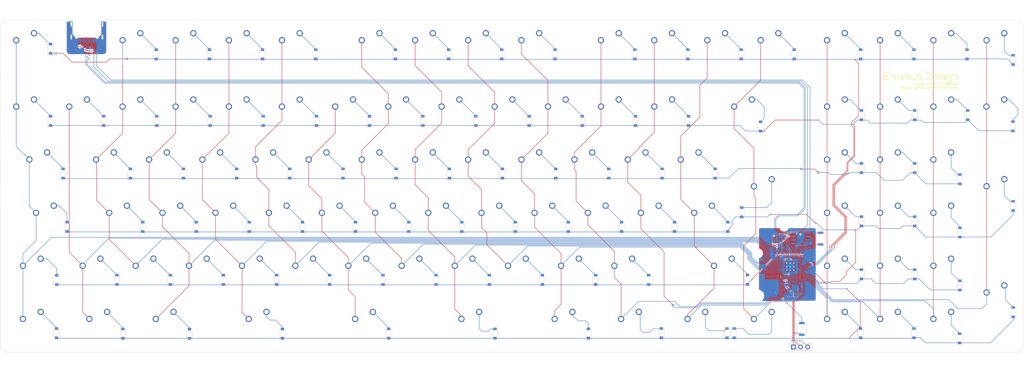
<source format=kicad_pcb>
(kicad_pcb (version 20211014) (generator pcbnew)
  (layers (0 "F.Cu" signal) (31 "B.Cu" signal) (34 "B.Paste" user) (35 "F.Paste" user) (36 "B.SilkS" user "B.Silkscreen") (37 "F.SilkS" user "F.Silkscreen") (38 "B.Mask" user) (39 "F.Mask" user) (44 "Edge.Cuts" user))
  (net 0 "")
  (net 1 "col0")
  (net 2 "col1")
  (net 3 "col2")
  (net 4 "col3")
  (net 5 "col4")
  (net 6 "col5")
  (net 7 "col6")
  (net 8 "col7")
  (net 9 "col8")
  (net 10 "col9")
  (net 11 "col10")
  (net 12 "col11")
  (net 13 "col12")
  (net 14 "col13")
  (net 15 "col14")
  (net 16 "col15")
  (net 17 "col16")
  (net 18 "col17")
  (net 19 "col18")
  (net 20 "row0")
  (net 21 "row1")
  (net 22 "row2")
  (net 23 "row3")
  (net 24 "row4")
  (net 25 "row5")
  (net 26 "Net-(D_0-Pad2)")
  (net 27 "Net-(D_1-Pad2)")
  (net 28 "Net-(D_2-Pad2)")
  (net 29 "Net-(D_3-Pad2)")
  (net 30 "Net-(D_4-Pad2)")
  (net 31 "Net-(D_5-Pad2)")
  (net 32 "Net-(D_6-Pad2)")
  (net 33 "Net-(D_7-Pad2)")
  (net 34 "Net-(D_8-Pad2)")
  (net 35 "Net-(D_9-Pad2)")
  (net 36 "Net-(D_10-Pad2)")
  (net 37 "Net-(D_11-Pad2)")
  (net 38 "Net-(D_12-Pad2)")
  (net 39 "Net-(D_13-Pad2)")
  (net 40 "Net-(D_14-Pad2)")
  (net 41 "Net-(D_15-Pad2)")
  (net 42 "Net-(D_16-Pad2)")
  (net 43 "Net-(D_17-Pad2)")
  (net 44 "Net-(D_18-Pad2)")
  (net 45 "Net-(D_19-Pad2)")
  (net 46 "Net-(D_20-Pad2)")
  (net 47 "Net-(D_21-Pad2)")
  (net 48 "Net-(D_22-Pad2)")
  (net 49 "Net-(D_23-Pad2)")
  (net 50 "Net-(D_24-Pad2)")
  (net 51 "Net-(D_25-Pad2)")
  (net 52 "Net-(D_26-Pad2)")
  (net 53 "Net-(D_27-Pad2)")
  (net 54 "Net-(D_28-Pad2)")
  (net 55 "Net-(D_29-Pad2)")
  (net 56 "Net-(D_30-Pad2)")
  (net 57 "Net-(D_31-Pad2)")
  (net 58 "Net-(D_32-Pad2)")
  (net 59 "Net-(D_33-Pad2)")
  (net 60 "Net-(D_34-Pad2)")
  (net 61 "Net-(D_35-Pad2)")
  (net 62 "Net-(D_36-Pad2)")
  (net 63 "Net-(D_37-Pad2)")
  (net 64 "Net-(D_38-Pad2)")
  (net 65 "Net-(D_39-Pad2)")
  (net 66 "Net-(D_40-Pad2)")
  (net 67 "Net-(D_41-Pad2)")
  (net 68 "Net-(D_42-Pad2)")
  (net 69 "Net-(D_43-Pad2)")
  (net 70 "Net-(D_44-Pad2)")
  (net 71 "Net-(D_45-Pad2)")
  (net 72 "Net-(D_46-Pad2)")
  (net 73 "Net-(D_48-Pad2)")
  (net 74 "Net-(D_49-Pad2)")
  (net 75 "Net-(D_50-Pad2)")
  (net 76 "Net-(D_52-Pad2)")
  (net 77 "Net-(D_53-Pad2)")
  (net 78 "Net-(D_54-Pad2)")
  (net 79 "Net-(D_55-Pad2)")
  (net 80 "Net-(D_56-Pad2)")
  (net 81 "Net-(D_57-Pad2)")
  (net 82 "Net-(D_58-Pad2)")
  (net 83 "Net-(D_59-Pad2)")
  (net 84 "Net-(D_60-Pad2)")
  (net 85 "Net-(D_61-Pad2)")
  (net 86 "Net-(D_62-Pad2)")
  (net 87 "Net-(D_63-Pad2)")
  (net 88 "Net-(D_64-Pad2)")
  (net 89 "Net-(D_47-Pad2)")
  (net 90 "Net-(D_65-Pad2)")
  (net 91 "Net-(D_66-Pad2)")
  (net 92 "Net-(D_67-Pad2)")
  (net 93 "Net-(D_51-Pad2)")
  (net 94 "Net-(D_68-Pad2)")
  (net 95 "Net-(D_69-Pad2)")
  (net 96 "Net-(D_70-Pad2)")
  (net 97 "Net-(D_71-Pad2)")
  (net 98 "Net-(D_72-Pad2)")
  (net 99 "Net-(D_73-Pad2)")
  (net 100 "Net-(D_74-Pad2)")
  (net 101 "Net-(D_75-Pad2)")
  (net 102 "Net-(D_76-Pad2)")
  (net 103 "Net-(D_77-Pad2)")
  (net 104 "Net-(D_78-Pad2)")
  (net 105 "Net-(D_79-Pad2)")
  (net 106 "Net-(D_80-Pad2)")
  (net 107 "Net-(D_81-Pad2)")
  (net 108 "Net-(D_82-Pad2)")
  (net 109 "Net-(D_83-Pad2)")
  (net 110 "Net-(D_85-Pad2)")
  (net 111 "Net-(D_86-Pad2)")
  (net 112 "Net-(D_87-Pad2)")
  (net 113 "Net-(D_88-Pad2)")
  (net 114 "Net-(D_89-Pad2)")
  (net 115 "Net-(D_90-Pad2)")
  (net 116 "Net-(D_91-Pad2)")
  (net 117 "Net-(D_92-Pad2)")
  (net 118 "Net-(D_93-Pad2)")
  (net 119 "Net-(D_94-Pad2)")
  (net 120 "Net-(D_95-Pad2)")
  (net 121 "Net-(D_96-Pad2)")
  (net 122 "Net-(D_97-Pad2)")
  (net 123 "Net-(D_84-Pad2)")
  (net 124 "Net-(D_151-Pad2)")
  (net 125 "GND")
  (net 126 "XIN")
  (net 127 "Net-(C2-Pad2)")
  (net 128 "VBUS")
  (net 129 "+3V3")
  (net 130 "Net-(C6-Pad2)")
  (net 131 "+1V1")
  (net 132 "USB_D-")
  (net 133 "USB_D+")
  (net 135 "Net-(J1-PadB5)")
  (net 137 "Net-(J1-PadA5)")
  (net 138 "/SWCLK")
  (net 139 "/SWD")
  (net 140 "Net-(R1-Pad1)")
  (net 141 "/QSPI_SS")
  (net 142 "XOUT")
  (net 143 "Net-(R6-Pad2)")
  (net 144 "Net-(R7-Pad2)")
  (net 145 "Net-(SW2-Pad2)")
  (net 146 "/QSPI_SD1")
  (net 147 "/QSPI_SD2")
  (net 148 "/QSPI_SD0")
  (net 149 "/QSPI_SCLK")
  (net 150 "/QSPI_SD3")
  (net 154 "I2C_SDA")
  (net 155 "I2C_SCL")
  (footprint "MX_Only:MXOnly-1U-NoLED" (layer "F.Cu") (at 406.76 44.5)
    (fp_text reference "K_151")
    (fp_text value "KEYSW")
  )
  (footprint "MX_Only:MXOnly-1U-NoLED" (layer "F.Cu") (at 406.76 134.975)
    (fp_text reference "K_84")
    (fp_text value "KEYSW")
  )
  (footprint "MX_Only:MXOnly-1U-NoLED" (layer "F.Cu") (at 85.31 144.5)
    (fp_text reference "K_86")
    (fp_text value "KEYSW")
  )
  (footprint "MX_Only:MXOnly-1U-NoLED" (layer "F.Cu") (at 116.21 44.5)
    (fp_text reference "K_2")
    (fp_text value "KEYSW")
  )
  (footprint "MX_Only:MXOnly-1U-NoLED" (layer "F.Cu") (at 130.51 106.4)
    (fp_text reference "K_55")
    (fp_text value "KEYSW")
  )
  (footprint "MX_Only:MXOnly-1U-NoLED" (layer "F.Cu") (at 202.01 87.3)
    (fp_text reference "K_41")
    (fp_text value "KEYSW")
  )
  (footprint "MX_Only:MXOnly-1U-NoLED" (layer "F.Cu") (at 368.61 106.4)
    (fp_text reference "K_66")
    (fp_text value "KEYSW")
  )
  (footprint "MX_Only:MXOnly-1U-NoLED" (layer "F.Cu") (at 121.01 125.4)
    (fp_text reference "K_71")
    (fp_text value "KEYSW")
  )
  (footprint "MX_Only:MXOnly-1U-NoLED" (layer "F.Cu") (at 197.21 125.4)
    (fp_text reference "K_75")
    (fp_text value "KEYSW")
  )
  (footprint "MX_Only:MXOnly-1U-NoLED" (layer "F.Cu") (at 282.91 106.4)
    (fp_text reference "K_63")
    (fp_text value "KEYSW")
  )
  (footprint "Mounting_Keyboard_Stabilizer:Stabilizer_Cherry_MX_2u" (layer "F.Cu") (at 323.41 96.9 -90)
    (fp_text reference "Stab5")
    (fp_text value "MountingHole")
  )
  (footprint "MX_Only:MXOnly-1U-NoLED" (layer "F.Cu") (at 275.81 144.5)
    (fp_text reference "K_92")
    (fp_text value "KEYSW")
  )
  (footprint "MX_Only:MXOnly-1U-NoLED" (layer "F.Cu") (at 187.71 106.4)
    (fp_text reference "K_58")
    (fp_text value "KEYSW")
  )
  (footprint "MX_Only:MXOnly-1U-NoLED" (layer "F.Cu") (at 316.31 68.3)
    (fp_text reference "K_29")
    (fp_text value "KEYSW")
  )
  (footprint "MX_Only:MXOnly-1U-NoLED" (layer "F.Cu") (at 252.01 144.5)
    (fp_text reference "K_91")
    (fp_text value "KEYSW")
  )
  (footprint "MX_Only:MXOnly-1U-NoLED" (layer "F.Cu") (at 349.61 68.3)
    (fp_text reference "K_30")
    (fp_text value "KEYSW")
  )
  (footprint "MX_Only:MXOnly-1U-NoLED" (layer "F.Cu") (at 168.61 106.4)
    (fp_text reference "K_57")
    (fp_text value "KEYSW")
  )
  (footprint "MX_Only:MXOnly-1U-NoLED" (layer "F.Cu") (at 387.71 106.4)
    (fp_text reference "K_67")
    (fp_text value "KEYSW")
  )
  (footprint "MX_Only:MXOnly-1U-NoLED" (layer "F.Cu") (at 66.21 106.4)
    (fp_text reference "K_52")
    (fp_text value "KEYSW")
  )
  (footprint "MX_Only:MXOnly-1U-NoLED" (layer "F.Cu") (at 221.01 87.3)
    (fp_text reference "K_42")
    (fp_text value "KEYSW")
  )
  (footprint "MX_Only:MXOnly-1U-NoLED" (layer "F.Cu") (at 87.71 87.3)
    (fp_text reference "K_35")
    (fp_text value "KEYSW")
  )
  (footprint "MX_Only:MXOnly-1U-NoLED" (layer "F.Cu") (at 101.91 125.4)
    (fp_text reference "K_70")
    (fp_text value "KEYSW")
  )
  (footprint "MX_Only:MXOnly-1U-NoLED" (layer "F.Cu") (at 349.61 87.3)
    (fp_text reference "K_48")
    (fp_text value "KEYSW")
  )
  (footprint "kibuzzard-62762412" (layer "F.Cu") (at 379.209435 55.2)
    (fp_text reference "kibuzzard-62762412" hide)
    (fp_text value "G***" hide)
  )
  (footprint "Mounting_Keyboard_Stabilizer:Stabilizer_Cherry_MX_2u" (layer "F.Cu") (at 406.761 96.875 -90)
    (fp_text reference "Stab4")
    (fp_text value "MountingHole")
  )
  (footprint "MX_Only:MXOnly-1U-NoLED" (layer "F.Cu") (at 173.41 68.3)
    (fp_text reference "K_22")
    (fp_text value "KEYSW")
  )
  (footprint "EnvExtras:MountingHole_2.2mm_M2_MODIFIED" (layer "F.Cu") (at 73.2 137.6)
    (fp_text reference "H2")
    (fp_text value "MountingHole")
  )
  (footprint "MX_Only:MXOnly-1U-NoLED" (layer "F.Cu") (at 63.81 87.3)
    (fp_text reference "K_34")
    (fp_text value "KEYSW")
  )
  (footprint "MX_Only:MXOnly-1U-NoLED" (layer "F.Cu") (at 221.01 44.5)
    (fp_text reference "K_7")
    (fp_text value "KEYSW")
  )
  (footprint "MX_Only:MXOnly-1U-NoLED" (layer "F.Cu") (at 387.71 68.3)
    (fp_text reference "K_32")
    (fp_text value "KEYSW")
  )
  (footprint "MX_Only:MXOnly-1U-NoLED" (layer "F.Cu") (at 349.61 125.4)
    (fp_text reference "K_81")
    (fp_text value "KEYSW")
  )
  (footprint "MX_Only:MXOnly-1U-NoLED" (layer "F.Cu") (at 368.61 44.5)
    (fp_text reference "K_14")
    (fp_text value "KEYSW")
  )
  (footprint "EnvExtras:MountingHole_2.2mm_M2_MODIFIED" (layer "F.Cu") (at 232.5 96.83)
    (fp_text reference "H5")
    (fp_text value "MountingHole")
  )
  (footprint "MX_Only:MXOnly-1U-NoLED" (layer "F.Cu") (at 159.11 125.4)
    (fp_text reference "K_73")
    (fp_text value "KEYSW")
  )
  (footprint "Mounting_Keyboard_Stabilizer:Stabilizer_Cherry_MX_2u" (layer "F.Cu") (at 309.11 125.4)
    (fp_text reference "Stab7")
    (fp_text value "MountingHole")
  )
  (footprint "MX_Only:MXOnly-1U-NoLED" (layer "F.Cu") (at 273.41 125.4)
    (fp_text reference "K_79")
    (fp_text value "KEYSW")
  )
  (footprint "MX_Only:MXOnly-1U-NoLED" (layer "F.Cu") (at 59.11 44.5)
    (fp_text reference "K_0")
    (fp_text value "KEYSW")
  )
  (footprint "MX_Only:MXOnly-1U-NoLED" (layer "F.Cu") (at 235.31 125.4)
    (fp_text reference "K_77")
    (fp_text value "KEYSW")
  )
  (footprint "MX_Only:MXOnly-1U-NoLED" (layer "F.Cu") (at 240.11 44.5)
    (fp_text reference "K_8")
    (fp_text value "KEYSW")
  )
  (footprint "MX_Only:MXOnly-1U-NoLED" (layer "F.Cu") (at 202.01 44.5)
    (fp_text reference "K_6")
    (fp_text value "KEYSW")
  )
  (footprint "MX_Only:MXOnly-1U-NoLED" (layer "F.Cu") (at 216.21 125.4)
    (fp_text reference "K_76")
    (fp_text value "KEYSW")
  )
  (footprint "EnvExtras:MountingHole_2.2mm_M2_MODIFIED" (layer "F.Cu") (at 396 134.8)
    (fp_text reference "H6")
    (fp_text value "MountingHole")
  )
  (footprint "MX_Only:MXOnly-1U-NoLED" (layer "F.Cu") (at 349.61 144.5)
    (fp_text reference "K_95")
    (fp_text value "KEYSW")
  )
  (footprint "MX_Only:MXOnly-1U-NoLED" (layer "F.Cu") (at 278.21 87.3)
    (fp_text reference "K_45")
    (fp_text value "KEYSW")
  )
  (footprint "MX_Only:MXOnly-1U-NoLED" (layer "F.Cu") (at 106.71 87.3)
    (fp_text reference "K_36")
    (fp_text value "KEYSW")
  )
  (footprint "MX_Only:MXOnly-1U-NoLED" (layer "F.Cu") (at 218.61 144.5)
    (fp_text reference "K_90")
    (fp_text value "KEYSW")
  )
  (footprint "MX_Only:MXOnly-1U-NoLED" (layer "F.Cu") (at 302.01 106.4)
    (fp_text reference "K_64")
    (fp_text value "KEYSW")
  )
  (footprint "MX_Only:MXOnly-1U-NoLED" (layer "F.Cu") (at 387.71 144.5)
    (fp_text reference "K_97")
    (fp_text value "KEYSW")
  )
  (footprint "MX_Only:MXOnly-1U-NoLED" (layer "F.Cu") (at 78.11 68.3)
    (fp_text reference "K_17")
    (fp_text value "KEYSW")
  )
  (footprint "MX_Only:MXOnly-1U-NoLED" (layer "F.Cu") (at 111.51 106.4)
    (fp_text reference "K_54")
    (fp_text value "KEYSW")
  )
  (footprint "MX_Only:MXOnly-1U-NoLED" (layer "F.Cu") (at 61.51 144.5)
    (fp_text reference "K_85")
    (fp_text value "KEYSW")
  )
  (footprint "Mounting_Keyboard_Stabilizer:Stabilizer_Cherry_MX_2u" (layer "F.Cu") (at 142.41 144.5 180)
    (fp_text reference "Stab1")
    (fp_text value "MountingHole")
  )
  (footprint "MX_Only:MXOnly-1U-NoLED" (layer "F.Cu") (at 206.71 106.4)
    (fp_text reference "K_59")
    (fp_text value "KEYSW")
  )
  (footprint "MX_Only:MXOnly-1U-NoLED" (layer "F.Cu") (at 192.41 68.3)
    (fp_text reference "K_23")
    (fp_text value "KEYSW")
  )
  (footprint "MX_Only:MXOnly-1U-NoLED" (layer "F.Cu") (at 249.61 68.3)
    (fp_text reference "K_26")
    (fp_text value "KEYSW")
  )
  (footprint "MX_Only:MXOnly-1U-NoLED" (layer "F.Cu") (at 368.61 68.3)
    (fp_text reference "K_31")
    (fp_text value "KEYSW")
  )
  (footprint "MX_Only:MXOnly-1U-NoLED" (layer "F.Cu") (at 406.761 96.875)
    (fp_text reference "K_51")
    (fp_text value "KEYSW")
  )
  (footprint "MX_Only:MXOnly-1U-NoLED" (layer "F.Cu") (at 180.51 144.5)
    (fp_text reference "K_89")
    (fp_text value "KEYSW")
  )
  (footprint "MX_Only:MXOnly-1U-NoLED" (layer "F.Cu") (at 182.91 87.3)
    (fp_text reference "K_40")
    (fp_text value "KEYSW")
  )
  (footprint "MX_Only:MXOnly-1U-NoLED" (layer "F.Cu") (at 254.31 125.4)
    (fp_text reference "K_78")
    (fp_text value "KEYSW")
  )
  (footprint "Mounting_Keyboard_Stabilizer:Stabilizer_Cherry_MX_2u" (layer "F.Cu") (at 316.31 68.3)
    (fp_text reference "Stab2")
    (fp_text value "MountingHole")
  )
  (footprint "MX_Only:MXOnly-1U-NoLED" (layer "F.Cu") (at 349.61 106.4)
    (fp_text reference "K_65")
    (fp_text value "KEYSW")
  )
  (footprint "MX_Only:MXOnly-1U-NoLED" (layer "F.Cu") (at 163.91 87.3)
    (fp_text reference "K_39")
    (fp_text value "KEYSW")
  )
  (footprint "MX_Only:MXOnly-1U-NoLED" (layer "F.Cu") (at 287.71 68.3)
    (fp_text reference "K_28")
    (fp_text value "KEYSW")
  )
  (footprint "MX_Only:MXOnly-1U-NoLED" (layer "F.Cu") (at 61.51 125.4)
    (fp_text reference "K_68")
    (fp_text value "KEYSW")
  )
  (footprint "MX_Only:MXOnly-1U-NoLED" (layer "F.Cu") (at 82.91 125.4)
    (fp_text reference "K_69")
    (fp_text value "KEYSW")
  )
  (footprint "MX_Only:MXOnly-1U-NoLED" (layer "F.Cu") (at 182.91 44.5)
    (fp_text reference "K_5")
    (fp_text value "KEYSW")
  )
  (footprint "MX_Only:MXOnly-1U-NoLED" (layer "F.Cu") (at 323.41 144.5)
    (fp_text reference "K_94")
    (fp_text value "KEYSW")
  )
  (footprint "MX_Only:MXOnly-1U-NoLED" (layer "F.Cu") (at 268.61 44.5)
    (fp_text reference "K_9")
    (fp_text value "KEYSW")
  )
  (footprint "MX_Only:MXOnly-1U-NoLED" (layer "F.Cu") (at 406.71 68.3)
    (fp_text reference "K_33")
    (fp_text value "KEYSW")
  )
  (footprint "MX_Only:MXOnly-1U-NoLED" (layer "F.Cu") (at 154.31 44.5)
    (fp_text reference "K_4")
    (fp_text value "KEYSW")
  )
  (footprint "MX_Only:MXOnly-1U-NoLED" (layer "F.Cu") (at 178.11 125.4)
    (fp_text reference "K_74")
    (fp_text value "KEYSW")
  )
  (footprint "MX_Only:MXOnly-1U-NoLED" (layer "F.Cu") (at 97.21 68.3)
    (fp_text reference "K_18")
    (fp_text value "KEYSW")
  )
  (footprint "MX_Only:MXOnly-1U-NoLED" (layer "F.Cu") (at 263.91 106.4)
    (fp_text reference "K_62")
    (fp_text value "KEYSW")
  )
  (footprint "MX_Only:MXOnly-1U-NoLED" (layer "F.Cu") (at 142.41 144.5)
    (fp_text reference "K_88")
    (fp_text value "KEYSW")
  )
  (footprint "MX_Only:MXOnly-1U-NoLED" (layer "F.Cu") (at 244.81 106.4)
    (fp_text reference "K_61")
    (fp_text value "KEYSW")
  )
  (footprint "MX_Only:MXOnly-1U-NoLED" (layer "F.Cu") (at 368.61 144.5)
    (fp_text reference "K_96")
    (fp_text value "KEYSW")
  )
  (footprint "MX_Only:MXOnly-1U-NoLED" (layer "F.Cu") (at 325.81 44.5)
    (fp_text reference "K_12")
    (fp_text value "KEYSW")
  )
  (footprint "MX_Only:MXOnly-1U-NoLED" (layer "F.Cu") (at 387.71 125.4)
    (fp_text reference "K_83")
    (fp_text value "KEYSW")
  )
  (footprint "MX_Only:MXOnly-1U-NoLED" (layer "F.Cu") (at 59.11 68.3)
    (fp_text reference "K_16")
    (fp_text value "KEYSW")
  )
  (footprint "MX_Only:MXOnly-1U-NoLED" (layer "F.Cu") (at 116.21 68.3)
    (fp_text reference "K_19")
    (fp_text value "KEYSW")
  )
  (footprint "MX_Only:MXOnly-1U-NoLED" (layer "F.Cu") (at 268.61 68.3)
    (fp_text reference "K_27")
    (fp_text value "KEYSW")
  )
  (footprint "MX_Only:MXOnly-1U-NoLED" (layer "F.Cu") (at 297.21 87.3)
    (fp_text reference "K_46")
    (fp_text value "KEYSW")
  )
  (footprint "MX_Only:MXOnly-1U-NoLED" (layer "F.Cu") (at 140.01 125.4)
    (fp_text reference "K_72")
    (fp_text value "KEYSW")
  )
  (footprint "EnvExtras:MountingHole_2.2mm_M2_MODIFIED" (layer "F.Cu") (at 230.6 53.2)
    (fp_text reference "H7")
    (fp_text value "MountingHole")
  )
  (footprint "MX_Only:MXOnly-1U-NoLED" (layer "F.Cu") (at 349.61 44.5)
    (fp_text reference "K_13")
    (fp_text value "KEYSW")
  )
  (footprint "MX_Only:MXOnly-1U-NoLED" (layer "F.Cu") (at 309.11 125.4)
    (fp_text reference "K_80")
    (fp_text value "KEYSW")
  )
  (footprint "MX_Only:MXOnly-1U-NoLED" (layer "F.Cu") (at 387.71 87.3)
    (fp_text reference "K_50")
    (fp_text value "KEYSW")
  )
  (footprint "MX_Only:MXOnly-1U-NoLED" (layer "F.Cu") (at 225.81 106.4)
    (fp_text reference "K_60")
    (fp_text value "KEYSW")
  )
  (footprint "MX_Only:MXOnly-1U-NoLED" (layer "F.Cu") (at 149.61 106.4)
    (fp_text reference "K_56")
    (fp_text value "KEYSW")
  )
  (footprint "MX_Only:MXOnly-1U-NoLED" (layer "F.Cu") (at 299.61 144.5)
    (fp_text reference "K_93")
    (fp_text value "KEYSW")
  )
  (footprint "Mounting_Keyboard_Stabilizer:Stabilizer_Cherry_MX_2u" (layer "F.Cu") (at 406.76 134.975 -90)
    (fp_text reference "Stab6")
    (fp_text value "MountingHole")
  )
  (footprint "MX_Only:MXOnly-1U-NoLED" (layer "F.Cu") (at 154.31 68.3)
    (fp_text reference "K_21")
    (fp_text value "KEYSW")
  )
  (footprint "MX_Only:MXOnly-1U-NoLED" (layer "F.Cu") (at 323.41 96.9)
    (fp_text reference "K_47")
    (fp_text value "KEYSW")
  )
  (footprint "EnvExtras:MountingHole_2.2mm_M2_MODIFIED" (layer "F.Cu") (at 397.2 56.4)
    (fp_text reference "H1")
    (fp_text value "MountingHole")
  )
  (footprint "MX_Only:MXOnly-1U-NoLED" (layer "F.Cu") (at 125.81 87.3)
    (fp_text reference "K_37")
    (fp_text value "KEYSW")
  )
  (footprint "MX_Only:MXOnly-1U-NoLED" (layer "F.Cu") (at 387.71 44.5)
    (fp_text reference "K_15")
    (fp_text value "KEYSW")
  )
  (footprint "MX_Only:MXOnly-1U-NoLED" (layer "F.Cu") (at 135.31 44.5)
    (fp_text reference "K_3")
    (fp_text value "KEYSW")
  )
  (footprint "MX_Only:MXOnly-1U-NoLED" (layer "F.Cu") (at 144.81 87.3)
    (fp_text reference "K_38")
    (fp_text value "KEYSW")
  )
  (footprint "Mounting_Keyboard_Stabilizer:Stabilizer_Cherry_MX_2u" (layer "F.Cu") (at 218.61 144.5 180)
    (fp_text reference "Stab3")
    (fp_text value "MountingHole")
  )
  (footprint "MX_Only:MXOnly-1U-NoLED" (layer "F.Cu") (at 230.51 68.3)
    (fp_text reference "K_25")
    (fp_text value "KEYSW")
  )
  (footprint "MX_Only:MXOnly-1U-NoLED" (layer "F.Cu") (at 109.11 144.5)
    (fp_text reference "K_87")
    (fp_text value "KEYSW")
  )
  (footprint "MX_Only:MXOnly-1U-NoLED" (layer "F.Cu") (at 287.71 44.5)
    (fp_text reference "K_10")
    (fp_text value "KEYSW")
  )
  (footprint "MX_Only:MXOnly-1U-NoLED" (layer "F.Cu") (at 368.61 125.4)
    (fp_text reference "K_82")
    (fp_text value "KEYSW")
  )
  (footprint "MX_Only:MXOnly-1U-NoLED" (layer "F.Cu") (at 306.71 44.5)
    (fp_text reference "K_11")
    (fp_text value "KEYSW")
  )
  (footprint "MX_Only:MXOnly-1U-NoLED" (layer "F.Cu") (at 135.31 68.3)
    (fp_text reference "K_20")
    (fp_text value "KEYSW")
  )
  (footprint "MX_Only:MXOnly-1U-NoLED" (layer "F.Cu") (at 211.51 68.3)
    (fp_text reference "K_24")
    (fp_text value "KEYSW")
  )
  (footprint "EnvExtras:MountingHole_2.2mm_M2_MODIFIED" (layer "F.Cu") (at 68.6 56.4)
    (fp_text reference "H4")
    (fp_text value "MountingHole")
  )
  (footprint "MX_Only:MXOnly-1U-NoLED" (layer "F.Cu") (at 92.41 106.4)
    (fp_text reference "K_53")
    (fp_text value "KEYSW")
  )
  (footprint "MX_Only:MXOnly-1U-NoLED" (layer "F.Cu") (at 259.11 87.3)
    (fp_text reference "K_44")
    (fp_text value "KEYSW")
  )
  (footprint "MX_Only:MXOnly-1U-NoLED" (layer "F.Cu") (at 240.11 87.3)
    (fp_text reference "K_43")
    (fp_text value "KEYSW")
  )
  (footprint "MX_Only:MXOnly-1U-NoLED" (layer "F.Cu") (at 368.61 87.3)
    (fp_text reference "K_49")
    (fp_text value "KEYSW")
  )
  (footprint "EnvExtras:MountingHole_2.2mm_M2_MODIFIED" (layer "F.Cu") (at 244.8 134.4)
    (fp_text reference "H3")
    (fp_text value "MountingHole")
  )
  (footprint "MX_Only:MXOnly-1U-NoLED" (layer "F.Cu") (at 97.21 44.5)
    (fp_text reference "K_1")
    (fp_text value "KEYSW")
  )
  (footprint "Diode_SMD:D_SOD-123" (layer "B.Cu") (at 412.45 49 90)
    (fp_text reference "D_151")
    (fp_text value "D")
  )
  (footprint "Capacitor_SMD:C_0402_1005Metric" (layer "B.Cu") (at 327.5 119.3 180)
    (fp_text reference "C12")
    (fp_text value "100nf 0402")
  )
  (footprint "Resistor_SMD:R_0402_1005Metric" (layer "B.Cu") (at 330.75 131.4 -90)
    (fp_text reference "R5")
    (fp_text value "1K 0402")
  )
  (footprint "Diode_SMD:D_SOD-123" (layer "B.Cu") (at 258.075 70.875 90)
    (fp_text reference "D_26")
    (fp_text value "D")
  )
  (footprint "Diode_SMD:D_SOD-123" (layer "B.Cu") (at 143.775 70.875 90)
    (fp_text reference "D_20")
    (fp_text value "D")
  )
  (footprint "Package_SO:SOIC-8_3.9x4.9mm_P1.27mm" (layer "B.Cu") (at 336.35 112.95 180)
    (fp_text reference "U1")
    (fp_text value "W25Q16J")
  )
  (footprint "Capacitor_SMD:C_0402_1005Metric" (layer "B.Cu") (at 332.6 117.8 90)
    (fp_text reference "C8")
    (fp_text value "100nf 0402")
  )
  (footprint "Diode_SMD:D_SOD-123" (layer "B.Cu") (at 357.823471 147.030994 90)
    (fp_text reference "D_95")
    (fp_text value "D")
  )
  (footprint "Diode_SMD:D_SOD-123" (layer "B.Cu") (at 412.4 72.8 90)
    (fp_text reference "D_33")
    (fp_text value "D")
  )
  (footprint "Diode_SMD:D_SOD-123" (layer "B.Cu") (at 105.675 70.875 90)
    (fp_text reference "D_18")
    (fp_text value "D")
  )
  (footprint "Capacitor_SMD:C_0402_1005Metric" (layer "B.Cu") (at 336.1 132.8 90)
    (fp_text reference "C1")
    (fp_text value "22pf 0402")
  )
  (footprint "Diode_SMD:D_SOD-123" (layer "B.Cu") (at 253.059975 108.887594 90)
    (fp_text reference "D_61")
    (fp_text value "D")
  )
  (footprint "Diode_SMD:D_SOD-123" (layer "B.Cu") (at 315.030764 46.987443 90)
    (fp_text reference "D_11")
    (fp_text value "D")
  )
  (footprint "Diode_SMD:D_SOD-123" (layer "B.Cu") (at 100.659975 108.887594 90)
    (fp_text reference "D_53")
    (fp_text value "D")
  )
  (footprint "Diode_SMD:D_SOD-123" (layer "B.Cu") (at 317.26592 127.844561 90)
    (fp_text reference "D_80")
    (fp_text value "D")
  )
  (footprint "Capacitor_SMD:C_0402_1005Metric" (layer "B.Cu") (at 325.6 115.1 -90)
    (fp_text reference "C6")
    (fp_text value "1uF 0402")
  )
  (footprint "Diode_SMD:D_SOD-123" (layer "B.Cu") (at 157.859975 108.887594 90)
    (fp_text reference "D_56")
    (fp_text value "D")
  )
  (footprint "Diode_SMD:D_SOD-123" (layer "B.Cu") (at 67.575 70.875 90)
    (fp_text reference "D_16")
    (fp_text value "D")
  )
  (footprint "Diode_SMD:D_SOD-123" (layer "B.Cu") (at 358.11 125.9 90)
    (fp_text reference "D_81")
    (fp_text value "D")
  )
  (footprint "Capacitor_SMD:C_0402_1005Metric" (layer "B.Cu") (at 329.8 118.1 90)
    (fp_text reference "C9")
    (fp_text value "1uf 0402")
  )
  (footprint "Package_TO_SOT_SMD:SOT-23-5" (layer "B.Cu") (at 327.8 115.1 -90)
    (fp_text reference "U2")
    (fp_text value "3.3V SOT-23-5 5.5V 3.3V")
  )
  (footprint "Diode_SMD:D_SOD-123" (layer "B.Cu") (at 393.4 129.9 90)
    (fp_text reference "D_83")
    (fp_text value "D")
  )
  (footprint "Diode_SMD:D_SOD-123" (layer "B.Cu") (at 73.5 108.875 90)
    (fp_text reference "D_52")
    (fp_text value "D")
  )
  (footprint "Diode_SMD:D_SOD-123" (layer "B.Cu") (at 310.259975 108.887594 90)
    (fp_text reference "D_64")
    (fp_text value "D")
  )
  (footprint "Diode_SMD:D_SOD-123" (layer "B.Cu") (at 188.75 147.175 90)
    (fp_text reference "D_89")
    (fp_text value "D")
  )
  (footprint "Diode_SMD:D_SOD-123" (layer "B.Cu") (at 219.975 70.875 90)
    (fp_text reference "D_24")
    (fp_text value "D")
  )
  (footprint "Diode_SMD:D_SOD-123" (layer "B.Cu") (at 393.4 91.8 90)
    (fp_text reference "D_50")
    (fp_text value "D")
  )
  (footprint "josh-connectors:USB_C_TYPE-C-31-M-14" (layer "B.Cu") (at 80.6 39.225)
    (fp_text reference "J1")
    (fp_text value "TYPE-C-31-M-14")
    (fp_line (start 4.70304 -4.296872) (end 4.70304 0.103128) (layer "Edge.Cuts") (width 0.1))
    (fp_line (start -3.2 1.3) (end 3.2 1.3) (layer "Edge.Cuts") (width 0.1))
    (fp_line (start -4.70304 -4.296872) (end -4.70304 0.103128) (layer "Edge.Cuts") (width 0.1))
    (fp_arc (start 4.70304 0.103128) (mid 4.439437 0.739525) (end 3.80304 1.003128) (layer "Edge.Cuts") (width 0.1))
    (fp_arc (start -3.80304 1.003128) (mid -4.439436 0.739524) (end -4.70304 0.103128) (layer "Edge.Cuts") (width 0.1))
    (fp_arc (start -3.80304 1.003128) (mid -3.657195 1.038158) (end -3.532782 1.121938) (layer "Edge.Cuts") (width 0.1))
    (fp_arc (start 3.532782 1.121938) (mid 3.657206 1.03818) (end 3.80304 1.003128) (layer "Edge.Cuts") (width 0.1))
    (fp_arc (start -3.2 1.3) (mid -3.388713 1.252686) (end -3.532782 1.121938) (layer "Edge.Cuts") (width 0.1))
    (fp_arc (start 3.532782 1.121938) (mid 3.388713 1.252687) (end 3.2 1.3) (layer "Edge.Cuts") (width 0.1))
  )
  (footprint "Diode_SMD:D_SOD-123" (layer "B.Cu") (at 276.930764 46.987443 90)
    (fp_text reference "D_9")
    (fp_text value "D")
  )
  (footprint "Crystal:Crystal_SMD_3225-4Pin_3.2x2.5mm" (layer "B.Cu") (at 333.4 132.3 180)
    (fp_text reference "Y1")
    (fp_text value "3225_4P")
  )
  (footprint "Diode_SMD:D_SOD-123" (layer "B.Cu") (at 396.21 68.8 90)
    (fp_text reference "D_32")
    (fp_text value "D")
  )
  (footprint "Diode_SMD:D_SOD-123" (layer "B.Cu") (at 105.430764 46.987443 90)
    (fp_text reference "D_1")
    (fp_text value "D")
  )
  (footprint "Diode_SMD:D_SOD-123" (layer "B.Cu") (at 322 72.875 90)
    (fp_text reference "D_29")
    (fp_text value "D")
  )
  (footprint "Resistor_SMD:R_0402_1005Metric" (layer "B.Cu") (at 331.35 113.95 -90)
    (fp_text reference "R6")
    (fp_text value "22 0402")
  )
  (footprint "Diode_SMD:D_SOD-123" (layer "B.Cu") (at 248.59 89.757312 90)
    (fp_text reference "D_43")
    (fp_text value "D")
  )
  (footprint "Diode_SMD:D_SOD-123" (layer "B.Cu") (at 115.19 89.757312 90)
    (fp_text reference "D_36")
    (fp_text value "D")
  )
  (footprint "Diode_SMD:D_SOD-123" (layer "B.Cu") (at 286.423471 147.030994 90)
    (fp_text reference "D_92")
    (fp_text value "D")
  )
  (footprint "Diode_SMD:D_SOD-123" (layer "B.Cu") (at 281.902971 127.89206 90)
    (fp_text reference "D_79")
    (fp_text value "D")
  )
  (footprint "Diode_SMD:D_SOD-123" (layer "B.Cu") (at 205.702971 127.89206 90)
    (fp_text reference "D_75")
    (fp_text value "D")
  )
  (footprint "Diode_SMD:D_SOD-123" (layer "B.Cu") (at 377.21 68.8 90)
    (fp_text reference "D_31")
    (fp_text value "D")
  )
  (footprint "Diode_SMD:D_SOD-123" (layer "B.Cu") (at 176.859975 108.887594 90)
    (fp_text reference "D_57")
    (fp_text value "D")
  )
  (footprint "Diode_SMD:D_SOD-123" (layer "B.Cu") (at 295.930764 46.987443 90)
    (fp_text reference "D_10")
    (fp_text value "D")
  )
  (footprint "Diode_SMD:D_SOD-123" (layer "B.Cu") (at 315.225 103.65 90)
    (fp_text reference "D_47")
    (fp_text value "D")
  )
  (footprint "Diode_SMD:D_SOD-123" (layer "B.Cu") (at 69.825 127.95 90)
    (fp_text reference "D_68")
    (fp_text value "D")
  )
  (footprint "Diode_SMD:D_SOD-123" (layer "B.Cu") (at 162.875 70.875 90)
    (fp_text reference "D_21")
    (fp_text value "D")
  )
  (footprint "Diode_SMD:D_SOD-123" (layer "B.Cu") (at 186.702971 127.89206 90)
    (fp_text reference "D_74")
    (fp_text value "D")
  )
  (footprint "Diode_SMD:D_SOD-123" (layer "B.Cu") (at 134.29 89.757312 90)
    (fp_text reference "D_37")
    (fp_text value "D")
  )
  (footprint "Capacitor_SMD:C_0402_1005Metric" (layer "B.Cu") (at 328.4 117.8 180)
    (fp_text reference "C10")
    (fp_text value "1uf 0402")
  )
  (footprint "Diode_SMD:D_SOD-123" (layer "B.Cu") (at 262.902971 127.89206 90)
    (fp_text reference "D_78")
    (fp_text value "D")
  )
  (footprint "Diode_SMD:D_SOD-123" (layer "B.Cu") (at 143.530764 46.987443 90)
    (fp_text reference "D_3")
    (fp_text value "D")
  )
  (footprint "Diode_SMD:D_SOD-123" (layer "B.Cu") (at 117.375 147.25 90)
    (fp_text reference "D_87")
    (fp_text value "D")
  )
  (footprint "Diode_SMD:D_SOD-123" (layer "B.Cu") (at 260.275 147.15 90)
    (fp_text reference "D_91")
    (fp_text value "D")
  )
  (footprint "Capacitor_SMD:C_0402_1005Metric" (layer "B.Cu") (at 332.125 110.875 90)
    (fp_text reference "C5")
    (fp_text value "100nF 0402")
  )
  (footprint "Diode_SMD:D_SOD-123" (layer "B.Cu") (at 412.46 101.38 90)
    (fp_text reference "D_51")
    (fp_text value "D")
  )
  (footprint "Capacitor_SMD:C_0402_1005Metric" (layer "B.Cu") (at 332.2 129.3 -90)
    (fp_text reference "C17")
    (fp_text value "100nf 0402")
  )
  (footprint "Capacitor_SMD:C_0402_1005Metric" (layer "B.Cu") (at 327.5 120.3 180)
    (fp_text reference "C13")
    (fp_text value "100nf 0402")
  )
  (footprint "Diode_SMD:D_SOD-123" (layer "B.Cu") (at 291.159975 108.887594 90)
    (fp_text reference "D_63")
    (fp_text value "D")
  )
  (footprint "Diode_SMD:D_SOD-123" (layer "B.Cu") (at 124.530764 46.987443 90)
    (fp_text reference "D_2")
    (fp_text value "D")
  )
  (footprint "Diode_SMD:D_SOD-123" (layer "B.Cu") (at 377.21 106.9 90)
    (fp_text reference "D_66")
    (fp_text value "D")
  )
  (footprint "Diode_SMD:D_SOD-123" (layer "B.Cu") (at 129.502971 127.89206 90)
    (fp_text reference "D_71")
    (fp_text value "D")
  )
  (footprint "Diode_SMD:D_SOD-123" (layer "B.Cu") (at 376.930764 46.987443 90)
    (fp_text reference "D_14")
    (fp_text value "D")
  )
  (footprint "Diode_SMD:D_SOD-123" (layer "B.Cu") (at 138.759975 108.887594 90)
    (fp_text reference "D_55")
    (fp_text value "D")
  )
  (footprint "Capacitor_SMD:C_0402_1005Metric" (layer "B.Cu") (at 328.95 112.45 180)
    (fp_text reference "C4")
    (fp_text value "1uF 0402")
  )
  (footprint "Diode_SMD:D_SOD-123" (layer "B.Cu") (at 181.875 70.875 90)
    (fp_text reference "D_22")
    (fp_text value "D")
  )
  (footprint "Diode_SMD:D_SOD-123" (layer "B.Cu") (at 358.11 106.9 90)
    (fp_text reference "D_65")
    (fp_text value "D")
  )
  (footprint "Diode_SMD:D_SOD-123" (layer "B.Cu") (at 357.830764 46.987443 90)
    (fp_text reference "D_13")
    (fp_text value "D")
  )
  (footprint "Diode_SMD:D_SOD-123" (layer "B.Cu") (at 277.175 70.875 90)
    (fp_text reference "D_27")
    (fp_text value "D")
  )
  (footprint "Diode_SMD:D_SOD-123" (layer "B.Cu") (at 377.21 87.8 90)
    (fp_text reference "D_49")
    (fp_text value "D")
  )
  (footprint "Diode_SMD:D_SOD-123" (layer "B.Cu") (at 267.59 89.757312 90)
    (fp_text reference "D_44")
    (fp_text value "D")
  )
  (footprint "Diode_SMD:D_SOD-123" (layer "B.Cu") (at 272.159975 108.887594 90)
    (fp_text reference "D_62")
    (fp_text value "D")
  )
  (footprint "Button_Switch_SMD:SW_Push_SPST_NO_Alps_SKRK" (layer "B.Cu") (at 343.5 113.125 -90)
    (fp_text reference "SW1")
    (fp_text value "SW_Push")
  )
  (footprint "Diode_SMD:D_SOD-123" (layer "B.Cu") (at 91.402971 127.89206 90)
    (fp_text reference "D_69")
    (fp_text value "D")
  )
  (footprint "Resistor_SMD:R_0402_1005Metric" (layer "B.Cu") (at 330.35 113.95 -90)
    (fp_text reference "R7")
    (fp_text value "22 0402")
  )
  (footprint "Diode_SMD:D_SOD-123" (layer "B.Cu") (at 119.759975 108.887594 90)
    (fp_text reference "D_54")
    (fp_text value "D")
  )
  (footprint "Capacitor_SMD:C_0402_1005Metric" (layer "B.Cu") (at 331.5 117 90)
    (fp_text reference "C11")
    (fp_text value "100nf 0402")
  )
  (footprint "Diode_SMD:D_SOD-123" (layer "B.Cu") (at 358.11 87.8 90)
    (fp_text reference "D_48")
    (fp_text value "D")
  )
  (footprint "Diode_SMD:D_SOD-123" (layer "B.Cu") (at 226.825 147.175 90)
    (fp_text reference "D_90")
    (fp_text value "D")
  )
  (footprint "Diode_SMD:D_SOD-123" (layer "B.Cu") (at 172.39 89.757312 90)
    (fp_text reference "D_39")
    (fp_text value "D")
  )
  (footprint "Capacitor_SMD:C_0402_1005Metric" (layer "B.Cu") (at 331.25 129.3 -90)
    (fp_text reference "C7")
    (fp_text value "100nf 0402")
  )
  (footprint "Diode_SMD:D_SOD-123" (layer "B.Cu") (at 195.959975 108.887594 90)
    (fp_text reference "D_58")
    (fp_text value "D")
  )
  (footprint "Diode_SMD:D_SOD-123" (layer "B.Cu") (at 229.49 89.757312 90)
    (fp_text reference "D_42")
    (fp_text value "D")
  )
  (footprint "Diode_SMD:D_SOD-123" (layer "B.Cu") (at 148.602971 127.89206 90)
    (fp_text reference "D_72")
    (fp_text value "D")
  )
  (footprint "Diode_SMD:D_SOD-123" (layer "B.Cu") (at 214.959975 108.887594 90)
    (fp_text reference "D_59")
    (fp_text value "D")
  )
  (footprint "Diode_SMD:D_SOD-123" (layer "B.Cu") (at 200.975 70.875 90)
    (fp_text reference "D_23")
    (fp_text value "D")
  )
  (footprint "Diode_SMD:D_SOD-123" (layer "B.Cu") (at 191.130764 46.987443 90)
    (fp_text reference "D_5")
    (fp_text value "D")
  )
  (footprint "Diode_SMD:D_SOD-123" (layer "B.Cu") (at 309.938471 147.030994 90)
    (fp_text reference "D_93")
    (fp_text value "D")
  )
  (footprint "Diode_SMD:D_SOD-123" (layer "B.Cu") (at 86.675 70.875 90)
    (fp_text reference "D_17")
    (fp_text value "D")
  )
  (footprint "Diode_SMD:D_SOD-123" (layer "B.Cu") (at 377.21 125.9 90)
    (fp_text reference "D_82")
    (fp_text value "D")
  )
  (footprint "Diode_SMD:D_SOD-123" (layer "B.Cu") (at 210.49 89.757312 90)
    (fp_text reference "D_41")
    (fp_text value "D")
  )
  (footprint "Diode_SMD:D_SOD-123" (layer "B.Cu") (at 334.030764 46.987443 90)
    (fp_text reference "D_12")
    (fp_text value "D")
  )
  (footprint "Diode_SMD:D_SOD-123" (layer "B.Cu") (at 224.802971 127.89206 90)
    (fp_text reference "D_76")
    (fp_text value "D")
  )
  (footprint "Resistor_SMD:R_0402_1005Metric" (layer "B.Cu") (at 338.2 116.7 180)
    (fp_text reference "R1")
    (fp_text value "1K 0402")
  )
  (footprint "Connector_PinHeader_2.54mm:PinHeader_1x03_P2.54mm_Vertical" (layer "B.Cu") (at 333.775 152 -90)
    (fp_text reference "J2")
    (fp_text value "Conn_01x03_Male")
  )
  (footprint "Resistor_SMD:R_0402_1005Metric" (layer "B.Cu") (at 79 44.3 -90)
    (fp_text reference "R2")
    (fp_text value "5.1K 0402")
  )
  (footprint "Diode_SMD:D_SOD-123" (layer "B.Cu") (at 96.19 89.757312 90)
    (fp_text reference "D_35")
    (fp_text value "D")
  )
  (footprint "Diode_SMD:D_SOD-123" (layer "B.Cu") (at 296.175 70.875 90)
    (fp_text reference "D_28")
    (fp_text value "D")
  )
  (footprint "Diode_SMD:D_SOD-123" (layer "B.Cu") (at 243.802971 127.89206 90)
    (fp_text reference "D_77")
    (fp_text value "D")
  )
  (footprint "Resistor_SMD:R_0402_1005Metric" (layer "B.Cu") (at 82.4 44.3 -90)
    (fp_text reference "R3")
    (fp_text value "5.1K 0402")
  )
  (footprint "MCU_RaspberryPi_and_Boards:RP2040-QFN-56" (layer "B.Cu") (at 332.6 123.2 180)
    (fp_text reference "U3")
    (fp_text value "RP2040")
  )
  (footprint "Capacitor_SMD:C_0402_1005Metric" (layer "B.Cu") (at 339.4 123.9)
    (fp_text reference "C15")
    (fp_text value "100nf 0402")
  )
  (footprint "Diode_SMD:D_SOD-123" (layer "B.Cu") (at 393.3 148.875 90)
    (fp_text reference "D_97")
    (fp_text value "D")
  )
  (footprint "Capacitor_SMD:C_0402_1005Metric" (layer "B.Cu") (at 330.75 133.3 90)
    (fp_text reference "C2")
    (fp_text value "22pf 0402")
  )
  (footprint "Diode_SMD:D_SOD-123" (layer "B.Cu") (at 286.69 89.757312 90)
    (fp_text reference "D_45")
    (fp_text value "D")
  )
  (footprint "Diode_SMD:D_SOD-123" (layer "B.Cu") (at 110.502971 127.89206 90)
    (fp_text reference "D_70")
    (fp_text value "D")
  )
  (footprint "Button_Switch_SMD:SW_Push_SPST_NO_Alps_SKRK" (layer "B.Cu") (at 336.759 145.522 90)
    (fp_text reference "SW2")
    (fp_text value "SW_Push")
  )
  (footprint "Diode_SMD:D_SOD-123" (layer "B.Cu") (at 358.11 68.8 90)
    (fp_text reference "D_30")
    (fp_text value "D")
  )
  (footprint "Diode_SMD:D_SOD-123" (layer "B.Cu") (at 305.69 89.757312 90)
    (fp_text reference "D_46")
    (fp_text value "D")
  )
  (footprint "Capacitor_SMD:C_0402_1005Metric" (layer "B.Cu") (at 323.75 123.85 180)
    (fp_text reference "C16")
    (fp_text value "100nf 0402")
  )
  (footprint "Diode_SMD:D_SOD-123" (layer "B.Cu") (at 393.41 110.91 90)
    (fp_text reference "D_67")
    (fp_text value "D")
  )
  (footprint "Capacitor_SMD:C_0402_1005Metric" (layer "B.Cu") (at 83.6 45.8)
    (fp_text reference "C3")
    (fp_text value "1uF 0402")
  )
  (footprint "Capacitor_SMD:C_0402_1005Metric" (layer "B.Cu") (at 337.7 120.425)
    (fp_text reference "C14")
    (fp_text value "100nf 0402")
  )
  (footprint "Diode_SMD:D_SOD-123" (layer "B.Cu") (at 234.059975 108.887594 90)
    (fp_text reference "D_60")
    (fp_text value "D")
  )
  (footprint "Diode_SMD:D_SOD-123" (layer "B.Cu") (at 376.923471 147.030994 90)
    (fp_text reference "D_96")
    (fp_text value "D")
  )
  (footprint "Diode_SMD:D_SOD-123" (layer "B.Cu") (at 312.513471 147.030994 90)
    (fp_text reference "D_94")
    (fp_text value "D")
  )
  (footprint "Diode_SMD:D_SOD-123" (layer "B.Cu") (at 153.29 89.757312 90)
    (fp_text reference "D_38")
    (fp_text value "D")
  )
  (footprint "Diode_SMD:D_SOD-123" (layer "B.Cu") (at 210.230764 46.987443 90)
    (fp_text reference "D_6")
    (fp_text value "D")
  )
  (footprint "Diode_SMD:D_SOD-123" (layer "B.Cu") (at 191.39 89.757312 90)
    (fp_text reference "D_40")
    (fp_text value "D")
  )
  (footprint "Diode_SMD:D_SOD-123" (layer "B.Cu") (at 67.61 45 90)
    (fp_text reference "D_0")
    (fp_text value "D")
  )
  (footprint "Diode_SMD:D_SOD-123" (layer "B.Cu") (at 124.775 70.875 90)
    (fp_text reference "D_19")
    (fp_text value "D")
  )
  (footprint "Diode_SMD:D_SOD-123" (layer "B.Cu") (at 239.075 70.875 90)
    (fp_text reference "D_25")
    (fp_text value "D")
  )
  (footprint "Diode_SMD:D_SOD-123" (layer "B.Cu") (at 93.525 147.2 90)
    (fp_text reference "D_86")
    (fp_text value "D")
  )
  (footprint "Diode_SMD:D_SOD-123" (layer "B.Cu") (at 72.075 89.75 90)
    (fp_text reference "D_34")
    (fp_text value "D")
  )
  (footprint "Diode_SMD:D_SOD-123" (layer "B.Cu") (at 395.930764 46.987443 90)
    (fp_text reference "D_15")
    (fp_text value "D")
  )
  (footprint "Diode_SMD:D_SOD-123" (layer "B.Cu") (at 162.630764 46.987443 90)
    (fp_text reference "D_4")
    (fp_text value "D")
  )
  (footprint "Diode_SMD:D_SOD-123" (layer "B.Cu") (at 248.330764 46.987443 90)
    (fp_text reference "D_8")
    (fp_text value "D")
  )
  (footprint "Diode_SMD:D_SOD-123" (layer "B.Cu") (at 167.602971 127.89206 90)
    (fp_text reference "D_73")
    (fp_text value "D")
  )
  (footprint "Diode_SMD:D_SOD-123" (layer "B.Cu") (at 229.230764 46.987443 90)
    (fp_text reference "D_7")
    (fp_text value "D")
  )
  (footprint "Diode_SMD:D_SOD-123" (layer "B.Cu") (at 69.75 147.05 90)
    (fp_text reference "D_85")
    (fp_text value "D")
  )
  (footprint "Resistor_SMD:R_0402_1005Metric" (layer "B.Cu") (at 336.425 118.5)
    (fp_text reference "R4")
    (fp_text value "10K 0402")
  )
  (footprint "Diode_SMD:D_SOD-123" (layer "B.Cu") (at 150.675 147.2 90)
    (fp_text reference "D_88")
    (fp_text value "D")
  )
  (footprint "Diode_SMD:D_SOD-123" (layer "B.Cu") (at 412.475 139.5 90)
    (fp_text reference "D_84")
    (fp_text value "D")
  )
  (gr_line (start 52.62132 34.72132) (end 75.9 34.72132) (layer "Edge.Cuts") (width 0.1))
  (gr_arc (start 413.2 34.8) (mid 415.32132 35.67868) (end 416.2 37.8) (layer "Edge.Cuts") (width 0.1))
  (gr_line (start 413.2 34.8) (end 85.3 34.8) (layer "Edge.Cuts") (width 0.1))
  (gr_line (start 49.62132 37.72132) (end 49.6 150.9) (layer "Edge.Cuts") (width 0.1))
  (gr_line (start 52.6 153.9) (end 413.2 153.9) (layer "Edge.Cuts") (width 0.1))
  (gr_arc (start 416.2 150.9) (mid 415.32132 153.02132) (end 413.2 153.9) (layer "Edge.Cuts") (width 0.1))
  (gr_arc (start 49.62132 37.72132) (mid 50.5 35.6) (end 52.62132 34.72132) (layer "Edge.Cuts") (width 0.1))
  (gr_line (start 416.2 150.9) (end 416.2 37.8) (layer "Edge.Cuts") (width 0.1))
  (gr_line (start 75.9 34.72132) (end 75.89696 34.928128) (layer "Edge.Cuts") (width 0.1))
  (gr_arc (start 52.6 153.9) (mid 50.47868 153.02132) (end 49.6 150.9) (layer "Edge.Cuts") (width 0.1))
  (gr_line (start 85.3 34.8) (end 85.30304 34.928128) (layer "Edge.Cuts") (width 0.1))
  (gr_text "RP2040" (at 326.2 126.7) (layer "B.Cu") (effects (font (size 0.8 0.8)) (justify mirror)))
  (gr_text "EnvKB-TKLQF | Prototype\nhttps://github.com/envious-data" (at 392.75 58.3) (layer "F.SilkS") (effects (font (size 0.8 0.8)) (justify right)))
  (segment (start 320.63952 112.65) (end 67.91 112.65) (width 0.15) (layer "B.Cu") (net 1))
  (segment (start 60 84.76) (end 60 101.46) (width 0.15) (layer "B.Cu") (net 1))
  (segment (start 326.09148 121) (end 324.887599 119.796119) (width 0.15) (layer "B.Cu") (net 1))
  (segment (start 60 101.46) (end 62.4 103.86) (width 0.15) (layer "B.Cu") (net 1))
  (segment (start 55.3 41.96) (end 55.3 80.06) (width 0.15) (layer "B.Cu") (net 1))
  (segment (start 57.7 118.5) (end 57.7 122.86) (width 0.15) (layer "B.Cu") (net 1))
  (segment (start 324.887599 119.796119) (end 324.887599 116.106123) (width 0.15) (layer "B.Cu") (net 1))
  (segment (start 320.64 112.65048) (end 320.63952 112.65) (width 0.15) (layer "B.Cu") (net 1))
  (segment (start 57.7 141.96) (end 57.7 122.86) (width 0.15) (layer "B.Cu") (net 1))
  (segment (start 67.91 112.65) (end 57.7 122.86) (width 0.15) (layer "B.Cu") (net 1))
  (segment (start 62.4 113.8) (end 57.7 118.5) (width 0.15) (layer "B.Cu") (net 1))
  (segment (start 329.1625 121) (end 326.09148 121) (width 0.15) (layer "B.Cu") (net 1))
  (segment (start 62.4 103.86) (end 62.4 113.8) (width 0.15) (layer "B.Cu") (net 1))
  (segment (start 321.431958 112.65048) (end 320.64 112.65048) (width 0.15) (layer "B.Cu") (net 1))
  (segment (start 55.3 80.06) (end 60 84.76) (width 0.15) (layer "B.Cu") (net 1))
  (segment (start 324.887599 116.106123) (end 321.431958 112.65048) (width 0.15) (layer "B.Cu") (net 1))
  (segment (start 79.1 122.86) (end 79.1 139.56) (width 0.15) (layer "F.Cu") (net 2))
  (segment (start 74.3 65.76) (end 74.3 118.06) (width 0.15) (layer "F.Cu") (net 2))
  (segment (start 79.1 139.56) (end 81.5 141.96) (width 0.15) (layer "F.Cu") (net 2))
  (segment (start 74.3 118.06) (end 79.1 122.86) (width 0.15) (layer "F.Cu") (net 2))
  (segment (start 324.53808 116.2509) (end 321.287183 113) (width 0.15) (layer "B.Cu") (net 2))
  (segment (start 329.1625 121.4) (end 325.997184 121.4) (width 0.15) (layer "B.Cu") (net 2))
  (segment (start 319.313844 113) (end 319.31 113.003844) (width 0.15) (layer "B.Cu") (net 2))
  (segment (start 83 118.49) (end 83 118.5) (width 0.15) (layer "B.Cu") (net 2))
  (segment (start 319.31 113.003844) (end 108.943843 113.003843) (width 0.15) (layer "B.Cu") (net 2))
  (segment (start 325.997184 121.4) (end 324.538079 119.940895) (width 0.15) (layer "B.Cu") (net 2))
  (segment (start 324.538079 119.940895) (end 324.53808 116.2509) (width 0.15) (layer "B.Cu") (net 2))
  (segment (start 108.936156 113.003844) (end 88.486157 113.003843) (width 0.15) (layer "B.Cu") (net 2))
  (segment (start 321.287183 113) (end 319.313844 113) (width 0.15) (layer "B.Cu") (net 2))
  (segment (start 108.943843 113.003843) (end 108.94 113) (width 0.15) (layer "B.Cu") (net 2))
  (segment (start 88.486157 113.003843) (end 83 118.49) (width 0.15) (layer "B.Cu") (net 2))
  (segment (start 83 118.5) (end 79.1 122.4) (width 0.15) (layer "B.Cu") (net 2))
  (segment (start 108.94 113) (end 108.936156 113.003844) (width 0.15) (layer "B.Cu") (net 2))
  (segment (start 98.1 122.86) (end 88.6 113.36) (width 0.15) (layer "F.Cu") (net 3))
  (segment (start 93.4 51.275) (end 93.4 65.76) (width 0.15) (layer "F.Cu") (net 3))
  (segment (start 93.4 75.26) (end 93.4 65.76) (width 0.15) (layer "F.Cu") (net 3))
  (segment (start 83.9 84.76) (end 93.4 75.26) (width 0.15) (layer "F.Cu") (net 3))
  (segment (start 88.6 113.36) (end 88.6 103.86) (width 0.15) (layer "F.Cu") (net 3))
  (segment (start 84.15 85.100958) (end 84.15 99.41) (width 0.15) (layer "F.Cu") (net 3))
  (segment (start 84.15 99.41) (end 88.6 103.86) (width 0.15) (layer "F.Cu") (net 3))
  (segment (start 93.375 51.25) (end 93.4 51.275) (width 0.15) (layer "F.Cu") (net 3))
  (via (at 93.375 51.25) (size 0.4) (drill 0.2) (layers "F.Cu" "B.Cu") (net 3))
  (segment (start 323.076443 115.283557) (end 323.076443 115.283554) (width 0.15) (layer "B.Cu") (net 3))
  (segment (start 329.1625 121.8) (end 325.902888 121.8) (width 0.15) (layer "B.Cu") (net 3))
  (segment (start 324.18856 120.085672) (end 324.18856 116.395675) (width 0.15) (layer "B.Cu") (net 3))
  (segment (start 325.902888 121.8) (end 324.18856 120.085672) (width 0.15) (layer "B.Cu") (net 3))
  (segment (start 323.076443 115.283554) (end 321.142887 113.35) (width 0.15) (layer "B.Cu") (net 3))
  (segment (start 319.36 113.35) (end 319.356636 113.353364) (width 0.15) (layer "B.Cu") (net 3))
  (segment (start 107.606637 113.353363) (end 98.1 122.86) (width 0.15) (layer "B.Cu") (net 3))
  (segment (start 93.4 51.225) (end 93.4 41.96) (width 0.15) (layer "B.Cu") (net 3))
  (segment (start 324.18856 116.395675) (end 323.076443 115.283557) (width 0.15) (layer "B.Cu") (net 3))
  (segment (start 319.356636 113.353364) (end 107.606637 113.353363) (width 0.15) (layer "B.Cu") (net 3))
  (segment (start 321.142887 113.35) (end 319.36 113.35) (width 0.15) (layer "B.Cu") (net 3))
  (segment (start 93.375 51.25) (end 93.4 51.225) (width 0.15) (layer "B.Cu") (net 3))
  (segment (start 117.2 118.425) (end 107.7 108.925) (width 0.15) (layer "F.Cu") (net 4))
  (segment (start 117.2 130.06) (end 117.2 122.86) (width 0.15) (layer "F.Cu") (net 4))
  (segment (start 112.4 75.26) (end 112.4 65.76) (width 0.15) (layer "F.Cu") (net 4))
  (segment (start 102.9 84.76) (end 112.4 75.26) (width 0.15) (layer "F.Cu") (net 4))
  (segment (start 107.7 103.86) (end 102.9 99.06) (width 0.15) (layer "F.Cu") (net 4))
  (segment (start 102.9 99.06) (end 102.9 84.76) (width 0.15) (layer "F.Cu") (net 4))
  (segment (start 107.7 108.925) (end 107.7 103.86) (width 0.15) (layer "F.Cu") (net 4))
  (segment (start 117.2 122.86) (end 117.2 118.425) (width 0.15) (layer "F.Cu") (net 4))
  (segment (start 105.3 141.96) (end 117.2 130.06) (width 0.15) (layer "F.Cu") (net 4))
  (segment (start 112.4 41.96) (end 112.4 65.76) (width 0.15) (layer "F.Cu") (net 4))
  (segment (start 323.83904 116.54045) (end 323.83904 120.230448) (width 0.15) (layer "B.Cu") (net 4))
  (segment (start 321.001473 113.702883) (end 323.83904 116.54045) (width 0.15) (layer "B.Cu") (net 4))
  (segment (start 323.83904 120.230448) (end 325.808592 122.2) (width 0.15) (layer "B.Cu") (net 4))
  (segment (start 117.2 122.86) (end 126.357117 113.702883) (width 0.15) (layer "B.Cu") (net 4))
  (segment (start 325.808592 122.2) (end 329.1625 122.2) (width 0.15) (layer "B.Cu") (net 4))
  (segment (start 126.357117 113.702883) (end 321.001473 113.702883) (width 0.15) (layer "B.Cu") (net 4))
  (segment (start 131.5 75.26) (end 131.5 65.76) (width 0.15) (layer "F.Cu") (net 5))
  (segment (start 122 84.76) (end 122 99.16) (width 0.15) (layer "F.Cu") (net 5))
  (segment (start 122 84.76) (end 131.5 75.26) (width 0.15) (layer "F.Cu") (net 5))
  (segment (start 126.7 103.86) (end 126.7 113.36) (width 0.15) (layer "F.Cu") (net 5))
  (segment (start 136.2 139.56) (end 136.2 122.86) (width 0.15) (layer "F.Cu") (net 5))
  (segment (start 126.7 113.36) (end 136.2 122.86) (width 0.15) (layer "F.Cu") (net 5))
  (segment (start 122 99.16) (end 126.7 103.86) (width 0.15) (layer "F.Cu") (net 5))
  (segment (start 138.6 141.96) (end 136.2 139.56) (width 0.15) (layer "F.Cu") (net 5))
  (segment (start 131.5 41.96) (end 131.5 65.76) (width 0.15) (layer "F.Cu") (net 5))
  (segment (start 145.007597 114.052403) (end 136.2 122.86) (width 0.15) (layer "B.Cu") (net 5))
  (segment (start 325.714296 122.6) (end 323.48952 120.375224) (width 0.15) (layer "B.Cu") (net 5))
  (segment (start 320.856699 114.052403) (end 145.007597 114.052403) (width 0.15) (layer "B.Cu") (net 5))
  (segment (start 323.48952 116.685225) (end 320.856699 114.052403) (width 0.15) (layer "B.Cu") (net 5))
  (segment (start 323.48952 120.375224) (end 323.48952 116.685225) (width 0.15) (layer "B.Cu") (net 5))
  (segment (start 329.1625 122.6) (end 325.714296 122.6) (width 0.15) (layer "B.Cu") (net 5))
  (segment (start 141 84.76) (end 141 86.65) (width 0.15) (layer "F.Cu") (net 6))
  (segment (start 141.475 91.15) (end 141.475 87.125) (width 0.15) (layer "F.Cu") (net 6))
  (segment (start 155.3 122.86) (end 155.3 117.975) (width 0.15) (layer "F.Cu") (net 6))
  (segment (start 150.5 65.76) (end 150.5 41.96) (width 0.15) (layer "F.Cu") (net 6))
  (segment (start 145.8 108.475) (end 145.8 103.86) (width 0.15) (layer "F.Cu") (net 6))
  (segment (start 145.8 95.475) (end 141.475 91.15) (width 0.15) (layer "F.Cu") (net 6))
  (segment (start 141 86.65) (end 141.475 87.125) (width 0.15) (layer "F.Cu") (net 6))
  (segment (start 155.3 117.975) (end 145.8 108.475) (width 0.15) (layer "F.Cu") (net 6))
  (segment (start 141 84.76) (end 141 80.2) (width 0.15) (layer "F.Cu") (net 6))
  (segment (start 150.5 70.7) (end 150.5 65.76) (width 0.15) (layer "F.Cu") (net 6))
  (segment (start 145.8 103.86) (end 145.8 95.475) (width 0.15) (layer "F.Cu") (net 6))
  (segment (start 141 80.2) (end 150.5 70.7) (width 0.15) (layer "F.Cu") (net 6))
  (segment (start 320.711922 114.401922) (end 163.758077 114.401923) (width 0.15) (layer "B.Cu") (net 6))
  (segment (start 329.1625 123) (end 325.62 123) (width 0.15) (layer "B.Cu") (net 6))
  (segment (start 325.62 123) (end 323.14 120.52) (width 0.15) (layer "B.Cu") (net 6))
  (segment (start 323.14 120.52) (end 323.14 116.83) (width 0.15) (layer "B.Cu") (net 6))
  (segment (start 323.14 116.83) (end 320.711922 114.401922) (width 0.15) (layer "B.Cu") (net 6))
  (segment (start 163.758077 114.401923) (end 155.3 122.86) (width 0.15) (layer "B.Cu") (net 6))
  (segment (start 164.8 98.85) (end 164.8 103.86) (width 0.15) (layer "F.Cu") (net 7))
  (segment (start 174.3 119.925) (end 174.3 122.86) (width 0.15) (layer "F.Cu") (net 7))
  (segment (start 169.6 65.76) (end 169.6 75.26) (width 0.15) (layer "F.Cu") (net 7))
  (segment (start 176.7 133.925) (end 174.3 131.525) (width 0.15) (layer "F.Cu") (net 7))
  (segment (start 164.8 110.425) (end 174.3 119.925) (width 0.15) (layer "F.Cu") (net 7))
  (segment (start 160.1 84.76) (end 160.1 94.15) (width 0.15) (layer "F.Cu") (net 7))
  (segment (start 174.3 131.525) (end 174.3 122.86) (width 0.15) (layer "F.Cu") (net 7))
  (segment (start 164.8 103.86) (end 164.8 110.425) (width 0.15) (layer "F.Cu") (net 7))
  (segment (start 176.7 141.96) (end 176.7 133.925) (width 0.15) (layer "F.Cu") (net 7))
  (segment (start 169.6 75.26) (end 160.1 84.76) (width 0.15) (layer "F.Cu") (net 7))
  (segment (start 160.1 94.15) (end 164.8 98.85) (width 0.15) (layer "F.Cu") (net 7))
  (segment (start 174.3 122.86) (end 182.408558 114.751442) (width 0.15) (layer "B.Cu") (net 7))
  (segment (start 315.199334 114.751442) (end 318.881062 118.43317) (width 0.15) (layer "B.Cu") (net 7))
  (segment (start 182.408558 114.751442) (end 315.199334 114.751442) (width 0.15) (layer "B.Cu") (net 7))
  (segment (start 323.715704 121.59) (end 325.501664 123.37596) (width 0.15) (layer "B.Cu") (net 7))
  (segment (start 325.501664 123.37596) (end 329.13846 123.37596) (width 0.15) (layer "B.Cu") (net 7))
  (segment (start 318.881062 118.43317) (end 318.881062 119.927246) (width 0.15) (layer "B.Cu") (net 7))
  (segment (start 320.543816 121.59) (end 323.715704 121.59) (width 0.15) (layer "B.Cu") (net 7))
  (segment (start 318.881062 119.927246) (end 320.543816 121.59) (width 0.15) (layer "B.Cu") (net 7))
  (segment (start 188.6 61.15) (end 179.1 51.65) (width 0.15) (layer "F.Cu") (net 8))
  (segment (start 183.9 103.86) (end 180.1 100.06) (width 0.15) (layer "F.Cu") (net 8))
  (segment (start 188.6 71.875) (end 188.6 65.76) (width 0.15) (layer "F.Cu") (net 8))
  (segment (start 193.4 122.86) (end 193.4 120.25) (width 0.15) (layer "F.Cu") (net 8))
  (segment (start 179.1 81.375) (end 188.6 71.875) (width 0.15) (layer "F.Cu") (net 8))
  (segment (start 179.1 90) (end 179.1 84.76) (width 0.15) (layer "F.Cu") (net 8))
  (segment (start 180.1 100.06) (end 180.1 91) (width 0.15) (layer "F.Cu") (net 8))
  (segment (start 179.1 51.65) (end 179.1 41.96) (width 0.15) (layer "F.Cu") (net 8))
  (segment (start 193.4 120.25) (end 183.9 110.75) (width 0.15) (layer "F.Cu") (net 8))
  (segment (start 180.1 91) (end 179.1 90) (width 0.15) (layer "F.Cu") (net 8))
  (segment (start 179.1 84.76) (end 179.1 81.375) (width 0.15) (layer "F.Cu") (net 8))
  (segment (start 188.6 65.76) (end 188.6 61.15) (width 0.15) (layer "F.Cu") (net 8))
  (segment (start 183.9 110.75) (end 183.9 103.86) (width 0.15) (layer "F.Cu") (net 8))
  (segment (start 318.531543 120.072023) (end 318.531542 118.577945) (width 0.15) (layer "B.Cu") (net 8))
  (segment (start 201.159039 115.100961) (end 193.4 122.86) (width 0.15) (layer "B.Cu") (net 8))
  (segment (start 323.570927 121.939519) (end 320.399039 121.939519) (width 0.15) (layer "B.Cu") (net 8))
  (segment (start 318.531542 118.577945) (end 315.054557 115.100961) (width 0.15) (layer "B.Cu") (net 8))
  (segment (start 325.431408 123.8) (end 323.570927 121.939519) (width 0.15) (layer "B.Cu") (net 8))
  (segment (start 315.054557 115.100961) (end 201.159039 115.100961) (width 0.15) (layer "B.Cu") (net 8))
  (segment (start 320.399039 121.939519) (end 318.531543 120.072023) (width 0.15) (layer "B.Cu") (net 8))
  (segment (start 329.1625 123.8) (end 325.431408 123.8) (width 0.15) (layer "B.Cu") (net 8))
  (segment (start 202.9 103.86) (end 202.9 110.175) (width 0.15) (layer "F.Cu") (net 9))
  (segment (start 198.2 84.76) (end 198.2 93.75) (width 0.15) (layer "F.Cu") (net 9))
  (segment (start 198.2 51) (end 207.7 60.5) (width 0.15) (layer "F.Cu") (net 9))
  (segment (start 207.7 71.675) (end 198.2 81.175) (width 0.15) (layer "F.Cu") (net 9))
  (segment (start 207.7 65.76) (end 207.7 71.675) (width 0.15) (layer "F.Cu") (net 9))
  (segment (start 202.9 110.175) (end 212.4 119.675) (width 0.15) (layer "F.Cu") (net 9))
  (segment (start 198.2 81.175) (end 198.2 84.76) (width 0.15) (layer "F.Cu") (net 9))
  (segment (start 198.2 93.75) (end 202.9 98.45) (width 0.15) (layer "F.Cu") (net 9))
  (segment (start 212.4 138.375) (end 214.8 140.775) (width 0.15) (layer "F.Cu") (net 9))
  (segment (start 198.2 41.96) (end 198.2 51) (width 0.15) (layer "F.Cu") (net 9))
  (segment (start 212.4 122.86) (end 212.4 138.375) (width 0.15) (layer "F.Cu") (net 9))
  (segment (start 202.9 98.45) (end 202.9 103.86) (width 0.15) (layer "F.Cu") (net 9))
  (segment (start 212.4 119.675) (end 212.4 122.86) (width 0.15) (layer "F.Cu") (net 9))
  (segment (start 207.7 60.5) (end 207.7 65.76) (width 0.15) (layer "F.Cu") (net 9))
  (segment (start 314.909781 115.45048) (end 219.809519 115.450481) (width 0.15) (layer "B.Cu") (net 9))
  (segment (start 318.182023 120.222721) (end 318.182023 118.722722) (width 0.15) (layer "B.Cu") (net 9))
  (segment (start 318.182023 118.722722) (end 314.909781 115.45048) (width 0.15) (layer "B.Cu") (net 9))
  (segment (start 329.1625 124.6) (end 322.559302 124.6) (width 0.15) (layer "B.Cu") (net 9))
  (segment (start 322.559302 124.6) (end 318.182023 120.222721) (width 0.15) (layer "B.Cu") (net 9))
  (segment (start 219.809519 115.450481) (end 212.4 122.86) (width 0.15) (layer "B.Cu") (net 9))
  (segment (start 223.925 111.05) (end 222.075 109.2) (width 0.15) (layer "F.Cu") (net 10))
  (segment (start 226.7 65.76) (end 226.7 60.675) (width 0.15) (layer "F.Cu") (net 10))
  (segment (start 226.7 71.725) (end 226.7 65.76) (width 0.15) (layer "F.Cu") (net 10))
  (segment (start 217.2 90.7) (end 217.2 84.76) (width 0.15) (layer "F.Cu") (net 10))
  (segment (start 231.5 122.86) (end 223.925 115.285) (width 0.15) (layer "F.Cu") (net 10))
  (segment (start 226.7 60.675) (end 217.2 51.175) (width 0.15) (layer "F.Cu") (net 10))
  (segment (start 222.075 109.2) (end 222.075 103.935) (width 0.15) (layer "F.Cu") (net 10))
  (segment (start 217.2 81.225) (end 226.7 71.725) (width 0.15) (layer "F.Cu") (net 10))
  (segment (start 222 95.5) (end 217.2 90.7) (width 0.15) (layer "F.Cu") (net 10))
  (segment (start 223.925 115.285) (end 223.925 111.05) (width 0.15) (layer "F.Cu") (net 10))
  (segment (start 222 103.86) (end 222 95.5) (width 0.15) (layer "F.Cu") (net 10))
  (segment (start 217.2 84.76) (end 217.2 81.225) (width 0.15) (layer "F.Cu") (net 10))
  (segment (start 217.2 51.175) (end 217.2 41.96) (width 0.15) (layer "F.Cu") (net 10))
  (segment (start 314.765006 115.8) (end 317.832503 118.867497) (width 0.15) (layer "B.Cu") (net 10))
  (segment (start 258.299519 115.800481) (end 258.3 115.8) (width 0.15) (layer "B.Cu") (net 10))
  (segment (start 238.559519 115.800481) (end 258.299519 115.800481) (width 0.15) (layer "B.Cu") (net 10))
  (segment (start 317.832503 118.867497) (end 317.832503 120.367497) (width 0.15) (layer "B.Cu") (net 10))
  (segment (start 317.832503 120.367497) (end 322.465486 125.00048) (width 0.15) (layer "B.Cu") (net 10))
  (segment (start 231.5 122.86) (end 238.559519 115.800481) (width 0.15) (layer "B.Cu") (net 10))
  (segment (start 258.3 115.8) (end 314.765006 115.8) (width 0.15) (layer "B.Cu") (net 10))
  (segment (start 322.465486 125.00048) (end 329.16202 125.00048) (width 0.15) (layer "B.Cu") (net 10))
  (segment (start 241 103.86) (end 241 109.025) (width 0.15) (layer "F.Cu") (net 11))
  (segment (start 236.3 46.925) (end 245.8 56.425) (width 0.15) (layer "F.Cu") (net 11))
  (segment (start 250.5 122.86) (end 250.5 136.7) (width 0.15) (layer "F.Cu") (net 11))
  (segment (start 250.5 118.525) (end 250.5 122.86) (width 0.15) (layer "F.Cu") (net 11))
  (segment (start 245.8 56.425) (end 245.8 65.76) (width 0.15) (layer "F.Cu") (net 11))
  (segment (start 236.3 41.96) (end 236.3 46.925) (width 0.15) (layer "F.Cu") (net 11))
  (segment (start 248.2 139) (end 248.2 141.96) (width 0.15) (layer "F.Cu") (net 11))
  (segment (start 236.3 84.76) (end 236.3 92.375) (width 0.15) (layer "F.Cu") (net 11))
  (segment (start 236.3 84.76) (end 245.8 75.26) (width 0.15) (layer "F.Cu") (net 11))
  (segment (start 241 97.075) (end 241 103.86) (width 0.15) (layer "F.Cu") (net 11))
  (segment (start 241 109.025) (end 250.5 118.525) (width 0.15) (layer "F.Cu") (net 11))
  (segment (start 250.5 136.7) (end 248.2 139) (width 0.15) (layer "F.Cu") (net 11))
  (segment (start 245.8 75.26) (end 245.8 65.76) (width 0.15) (layer "F.Cu") (net 11))
  (segment (start 236.3 92.375) (end 241 97.075) (width 0.15) (layer "F.Cu") (net 11))
  (segment (start 314.6 116.2) (end 257.16 116.2) (width 0.15) (layer "B.Cu") (net 11))
  (segment (start 257.16 116.2) (end 250.5 122.86) (width 0.15) (layer "B.Cu") (net 11))
  (segment (start 317.4 119) (end 314.6 116.2) (width 0.15) (layer "B.Cu") (net 11))
  (segment (start 322.3 125.4) (end 317.4 120.5) (width 0.15) (layer "B.Cu") (net 11))
  (segment (start 329.1625 125.4) (end 322.3 125.4) (width 0.15) (layer "B.Cu") (net 11))
  (segment (start 317.4 120.5) (end 317.4 119) (width 0.15) (layer "B.Cu") (net 11))
  (segment (start 269.6 117.675) (end 260.1 108.175) (width 0.15) (layer "F.Cu") (net 12))
  (segment (start 272 129.475) (end 269.6 127.075) (width 0.15) (layer "F.Cu") (net 12))
  (segment (start 255.875 99.635) (end 255.875 89.025) (width 0.15) (layer "F.Cu") (net 12))
  (segment (start 269.6 127.075) (end 269.6 122.86) (width 0.15) (layer "F.Cu") (net 12))
  (segment (start 269.6 122.86) (end 269.6 117.675) (width 0.15) (layer "F.Cu") (net 12))
  (segment (start 255.875 89.025) (end 255.3 88.45) (width 0.15) (layer "F.Cu") (net 12))
  (segment (start 260.1 108.175) (end 260.1 103.86) (width 0.15) (layer "F.Cu") (net 12))
  (segment (start 255.3 88.45) (end 255.3 84.76) (width 0.15) (layer "F.Cu") (net 12))
  (segment (start 264.8 72.725) (end 255.3 82.225) (width 0.15) (layer "F.Cu") (net 12))
  (segment (start 264.8 65.76) (end 264.8 72.725) (width 0.15) (layer "F.Cu") (net 12))
  (segment (start 264.8 65.76) (end 264.8 41.96) (width 0.15) (layer "F.Cu") (net 12))
  (segment (start 272 141.96) (end 272 129.475) (width 0.15) (layer "F.Cu") (net 12))
  (segment (start 260.1 103.86) (end 255.875 99.635) (width 0.15) (layer "F.Cu") (net 12))
  (segment (start 255.3 82.225) (end 255.3 84.76) (width 0.15) (layer "F.Cu") (net 12))
  (segment (start 327.602011 134.467977) (end 328.900961 133.169027) (width 0.15) (layer "B.Cu") (net 12))
  (segment (start 272 141.96) (end 278.36 135.6) (width 0.15) (layer "B.Cu") (net 12))
  (segment (start 329.1625 127.2375) (end 329.1625 125.8) (width 0.15) (layer "B.Cu") (net 12))
  (segment (start 299.132011 137.497977) (end 300.464514 136.165474) (width 0.15) (layer "B.Cu") (net 12))
  (segment (start 325.397005 134.467977) (end 327.602011 134.467977) (width 0.15) (layer "B.Cu") (net 12))
  (segment (start 291.1 135.6) (end 292.997977 137.497977) (width 0.15) (layer "B.Cu") (net 12))
  (segment (start 323.699508 136.165474) (end 325.397005 134.467977) (width 0.15) (layer "B.Cu") (net 12))
  (segment (start 278.36 135.6) (end 291.1 135.6) (width 0.15) (layer "B.Cu") (net 12))
  (segment (start 300.464514 136.165474) (end 323.699508 136.165474) (width 0.15) (layer "B.Cu") (net 12))
  (segment (start 328.900961 127.499039) (end 329.1625 127.2375) (width 0.15) (layer "B.Cu") (net 12))
  (segment (start 292.997977 137.497977) (end 299.132011 137.497977) (width 0.15) (layer "B.Cu") (net 12))
  (segment (start 328.900961 133.169027) (end 328.900961 127.499039) (width 0.15) (layer "B.Cu") (net 12))
  (segment (start 274.4 84.76) (end 278.625 80.535) (width 0.15) (layer "F.Cu") (net 13))
  (segment (start 274.4 84.76) (end 274.4 92.875) (width 0.15) (layer "F.Cu") (net 13))
  (segment (start 287.4 133.8) (end 287.4 117.9) (width 0.15) (layer "F.Cu") (net 13))
  (segment (start 287.4 117.9) (end 279.1 109.6) (width 0.15) (layer "F.Cu") (net 13))
  (segment (start 283.9 65.76) (end 283.9 74.925) (width 0.15) (layer "F.Cu") (net 13))
  (segment (start 279.1 97.575) (end 279.1 103.86) (width 0.15) (layer "F.Cu") (net 13))
  (segment (start 278.625 80.535) (end 278.625 80.2) (width 0.15) (layer "F.Cu") (net 13))
  (segment (start 283.9 74.925) (end 278.625 80.2) (width 0.15) (layer "F.Cu") (net 13))
  (segment (start 279.1 109.6) (end 279.1 103.86) (width 0.15) (layer "F.Cu") (net 13))
  (segment (start 290.6 137) (end 287.4 133.8) (width 0.15) (layer "F.Cu") (net 13))
  (segment (start 274.4 92.875) (end 279.1 97.575) (width 0.15) (layer "F.Cu") (net 13))
  (segment (start 283.9 41.96) (end 283.9 65.76) (width 0.15) (layer "F.Cu") (net 13))
  (via (at 290.6 137) (size 0.8) (drill 0.4) (layers "F.Cu" "B.Cu") (net 13))
  (segment (start 323.864994 136.564994) (end 300.63 136.564994) (width 0.15) (layer "B.Cu") (net 13))
  (segment (start 327.767497 134.867497) (end 325.562491 134.867497) (width 0.15) (layer "B.Cu") (net 13))
  (segment (start 330 126.791058) (end 329.300481 127.490577) (width 0.15) (layer "B.Cu") (net 13))
  (segment (start 325.562491 134.867497) (end 323.864994 136.564994) (width 0.15) (layer "B.Cu") (net 13))
  (segment (start 299.297497 137.897497) (end 291.497497 137.897497) (width 0.15) (layer "B.Cu") (net 13))
  (segment (start 329.300481 133.334513) (end 327.767497 134.867497) (width 0.15) (layer "B.Cu") (net 13))
  (segment (start 291.497497 137.897497) (end 290.6 137) (width 0.15) (layer "B.Cu") (net 13))
  (segment (start 300.63 136.564994) (end 299.297497 137.897497) (width 0.15) (layer "B.Cu") (net 13))
  (segment (start 329.300481 127.490577) (end 329.300481 133.334513) (width 0.15) (layer "B.Cu") (net 13))
  (segment (start 295.8 140.4) (end 305.3 130.9) (width 0.15) (layer "F.Cu") (net 14))
  (segment (start 295.8 141.96) (end 295.8 140.4) (width 0.15) (layer "F.Cu") (net 14))
  (segment (start 298.2 115.76) (end 305.3 122.86) (width 0.15) (layer "F.Cu") (net 14))
  (segment (start 293.4 99.06) (end 298.2 103.86) (width 0.15) (layer "F.Cu") (net 14))
  (segment (start 293.4 84.76) (end 293.4 99.06) (width 0.15) (layer "F.Cu") (net 14))
  (segment (start 300.225 58.1) (end 302.9 55.425) (width 0.15) (layer "F.Cu") (net 14))
  (segment (start 305.3 130.9) (end 305.3 122.86) (width 0.15) (layer "F.Cu") (net 14))
  (segment (start 302.9 55.425) (end 302.9 41.96) (width 0.15) (layer "F.Cu") (net 14))
  (segment (start 293.4 84.76) (end 293.4 76.35) (width 0.15) (layer "F.Cu") (net 14))
  (segment (start 300.225 69.525) (end 300.225 58.1) (width 0.15) (layer "F.Cu") (net 14))
  (segment (start 293.4 76.35) (end 300.225 69.525) (width 0.15) (layer "F.Cu") (net 14))
  (segment (start 298.2 103.86) (end 298.2 115.76) (width 0.15) (layer "F.Cu") (net 14))
  (segment (start 329.7 127.77) (end 330.4 127.07) (width 0.15) (layer "B.Cu") (net 14))
  (segment (start 329.7 133.5) (end 329.7 127.77) (width 0.15) (layer "B.Cu") (net 14))
  (segment (start 330.4 127.07) (end 330.4 126.6375) (width 0.15) (layer "B.Cu") (net 14))
  (segment (start 295.8 141.96) (end 300.76 137) (width 0.15) (layer "B.Cu") (net 14))
  (segment (start 323.994994 137) (end 325.694513 135.300481) (width 0.15) (layer "B.Cu") (net 14))
  (segment (start 327.899519 135.300481) (end 329.7 133.5) (width 0.15) (layer "B.Cu") (net 14))
  (segment (start 325.694513 135.300481) (end 327.899519 135.300481) (width 0.15) (layer "B.Cu") (net 14))
  (segment (start 300.76 137) (end 323.994994 137) (width 0.15) (layer "B.Cu") (net 14))
  (segment (start 315.875 115.725) (end 320.225 111.375) (width 0.15) (layer "F.Cu") (net 15))
  (segment (start 312.5 73.65) (end 312.5 65.76) (width 0.15) (layer "F.Cu") (net 15))
  (segment (start 319.6 98) (end 319.6 94.36) (width 0.15) (layer "F.Cu") (net 15))
  (segment (start 322 56.26) (end 322 41.96) (width 0.15) (layer "F.Cu") (net 15))
  (segment (start 319.6 94.36) (end 319.6 80.75) (width 0.15) (layer "F.Cu") (net 15))
  (segment (start 319.6 141.96) (end 315.875 138.235) (width 0.15) (layer "F.Cu") (net 15))
  (segment (start 320.225 98.625) (end 319.6 98) (width 0.15) (layer "F.Cu") (net 15))
  (segment (start 319.6 80.75) (end 312.5 73.65) (width 0.15) (layer "F.Cu") (net 15))
  (segment (start 312.5 65.76) (end 322 56.26) (width 0.15) (layer "F.Cu") (net 15))
  (segment (start 320.225 111.375) (end 320.225 98.625) (width 0.15) (layer "F.Cu") (net 15))
  (segment (start 315.875 138.235) (end 315.875 115.725) (width 0.15) (layer "F.Cu") (net 15))
  (segment (start 334 126.6375) (end 334 127.830012) (width 0.15) (layer "B.Cu") (net 15))
  (segment (start 325.86 135.7) (end 319.6 141.96) (width 0.15) (layer "B.Cu") (net 15))
  (segment (start 337 128.499039) (end 337.5 128.999039) (width 0.15) (layer "B.Cu") (net 15))
  (segment (start 337.5 133) (end 334.8 135.7) (width 0.15) (layer "B.Cu") (net 15))
  (segment (start 334.669029 128.49904) (end 337 128.499039) (width 0.15) (layer "B.Cu") (net 15))
  (segment (start 334 127.830012) (end 334.669029 128.49904) (width 0.15) (layer "B.Cu") (net 15))
  (segment (start 337.5 128.999039) (end 337.5 133) (width 0.15) (layer "B.Cu") (net 15))
  (segment (start 334.8 135.7) (end 325.86 135.7) (width 0.15) (layer "B.Cu") (net 15))
  (segment (start 345.8 141.96) (end 345.8 41.96) (width 0.15) (layer "F.Cu") (net 16))
  (segment (start 334.40048 126.63798) (end 334.400481 127.665487) (width 0.15) (layer "B.Cu") (net 16))
  (segment (start 334.400481 127.665487) (end 334.834994 128.1) (width 0.15) (layer "B.Cu") (net 16))
  (segment (start 339.204982 128.1) (end 345.8 134.695018) (width 0.15) (layer "B.Cu") (net 16))
  (segment (start 345.8 134.695018) (end 345.8 141.96) (width 0.15) (layer "B.Cu") (net 16))
  (segment (start 334.834994 128.1) (end 339.204982 128.1) (width 0.15) (layer "B.Cu") (net 16))
  (segment (start 364.8 41.96) (end 364.8 141.96) (width 0.15) (layer "F.Cu") (net 17))
  (segment (start 347.469027 135.799039) (end 339.393468 127.72348) (width 0.15) (layer "B.Cu") (net 17))
  (segment (start 339.393468 127.72348) (end 335.02348 127.72348) (width 0.15) (layer "B.Cu") (net 17))
  (segment (start 335.02348 127.72348) (end 334.8 127.5) (width 0.15) (layer "B.Cu") (net 17))
  (segment (start 358.63904 135.79904) (end 347.469027 135.799039) (width 0.15) (layer "B.Cu") (net 17))
  (segment (start 334.8 127.5) (end 334.8 126.6375) (width 0.15) (layer "B.Cu") (net 17))
  (segment (start 364.8 141.96) (end 358.63904 135.79904) (width 0.15) (layer "B.Cu") (net 17))
  (segment (start 383.9 141.96) (end 383.9 41.96) (width 0.15) (layer "F.Cu") (net 18))
  (segment (start 347.634514 135.39952) (end 380.89952 135.39952) (width 0.15) (layer "B.Cu") (net 18))
  (segment (start 335.2 126.6375) (end 335.2 127.2) (width 0.15) (layer "B.Cu") (net 18))
  (segment (start 339.634994 127.4) (end 347.634514 135.39952) (width 0.15) (layer "B.Cu") (net 18))
  (segment (start 380.89952 135.39952) (end 383.9 138.4) (width 0.15) (layer "B.Cu") (net 18))
  (segment (start 335.4 127.4) (end 339.634994 127.4) (width 0.15) (layer "B.Cu") (net 18))
  (segment (start 335.2 127.2) (end 335.4 127.4) (width 0.15) (layer "B.Cu") (net 18))
  (segment (start 383.9 138.4) (end 383.9 141.96) (width 0.15) (layer "B.Cu") (net 18))
  (segment (start 402.95 41.96) (end 402.95 132.435) (width 0.15) (layer "F.Cu") (net 19))
  (segment (start 392.6 138.2) (end 389.4 135) (width 0.15) (layer "B.Cu") (net 19))
  (segment (start 389.4 135) (end 347.8 135) (width 0.15) (layer "B.Cu") (net 19))
  (segment (start 347.8 135) (end 339.9 127.1) (width 0.15) (layer "B.Cu") (net 19))
  (segment (start 336.6 125.8) (end 336.0375 125.8) (width 0.15) (layer "B.Cu") (net 19))
  (segment (start 401.4 138.2) (end 392.6 138.2) (width 0.15) (layer "B.Cu") (net 19))
  (segment (start 402.95 136.65) (end 401.4 138.2) (width 0.15) (layer "B.Cu") (net 19))
  (segment (start 339.9 127.1) (end 337.9 127.1) (width 0.15) (layer "B.Cu") (net 19))
  (segment (start 402.95 132.435) (end 402.95 136.65) (width 0.15) (layer "B.Cu") (net 19))
  (segment (start 337.9 127.1) (end 336.6 125.8) (width 0.15) (layer "B.Cu") (net 19))
  (segment (start 352.09096 110.770448) (end 352.09096 105.509552) (width 0.15) (layer "F.Cu") (net 20))
  (segment (start 357.1 68.97) (end 357.1 50.301728) (width 0.15) (layer "F.Cu") (net 20))
  (segment (start 354.54 72.66) (end 354.54 71.53) (width 0.15) (layer "F.Cu") (net 20))
  (segment (start 357.1 50.301728) (end 355.629136 48.830864) (width 0.15) (layer "F.Cu") (net 20))
  (segment (start 355.39048 73.51048) (end 354.54 72.66) (width 0.15) (layer "F.Cu") (net 20))
  (segment (start 352.09096 105.509552) (end 347.870961 101.289552) (width 0.15) (layer "F.Cu") (net 20))
  (segment (start 72.125 46.675) (end 75.25 49.8) (width 0.15) (layer "F.Cu") (net 20))
  (segment (start 354.54 71.53) (end 357.1 68.97) (width 0.15) (layer "F.Cu") (net 20))
  (segment (start 346.68 116.18141) (end 352.09096 110.770448) (width 0.15) (layer "F.Cu") (net 20))
  (segment (start 347.870962 93.730446) (end 352.95048 88.650928) (width 0.15) (layer "F.Cu") (net 20))
  (segment (start 75.25 49.8) (end 87.525 49.8) (width 0.15) (layer "F.Cu") (net 20))
  (segment (start 87.525 49.8) (end 88.675 48.65) (width 0.15) (layer "F.Cu") (net 20))
  (segment (start 347.870961 101.289552) (end 347.870962 93.730446) (width 0.15) (layer "F.Cu") (net 20))
  (segment (start 353.96 84.835705) (end 353.96 84.83) (width 0.15) (layer "F.Cu") (net 20))
  (segment (start 352.95048 88.650928) (end 352.950481 85.845223) (width 0.15) (layer "F.Cu") (net 20))
  (segment (start 94.9 48.65) (end 88.675 48.65) (width 0.15) (layer "F.Cu") (net 20))
  (segment (start 346.68 116.46) (end 346.68 116.18141) (width 0.15) (layer "F.Cu") (net 20))
  (segment (start 353.96 84.83) (end 355.39048 83.39952) (width 0.15) (layer "F.Cu") (net 20))
  (segment (start 72.125 46.675) (end 69.55 46.675) (width 0.15) (layer "F.Cu") (net 20))
  (segment (start 355.39048 83.39952) (end 355.39048 73.51048) (width 0.15) (layer "F.Cu") (net 20))
  (segment (start 352.950481 85.845223) (end 353.96 84.835705) (width 0.15) (layer "F.Cu") (net 20))
  (via (at 69.55 46.675) (size 0.8) (drill 0.4) (layers "F.Cu" "B.Cu") (net 20))
  (via (at 94.9 48.65) (size 0.8) (drill 0.4) (layers "F.Cu" "B.Cu") (net 20))
  (via (at 355.629136 48.830864) (size 0.4) (drill 0.2) (layers "F.Cu" "B.Cu") (net 20))
  (via (at 346.68 116.46) (size 0.4) (drill 0.2) (layers "F.Cu" "B.Cu") (net 20))
  (segment (start 337.681408 123) (end 338.781408 121.9) (width 0.15) (layer "B.Cu") (net 20))
  (segment (start 341.961408 121.9) (end 346.68 117.181408) (width 0.15) (layer "B.Cu") (net 20))
  (segment (start 338.781408 121.9) (end 341.961408 121.9) (width 0.15) (layer "B.Cu") (net 20))
  (segment (start 346.68 117.181408) (end 346.68 116.46) (width 0.15) (layer "B.Cu") (net 20))
  (segment (start 410.437443 48.637443) (end 412.45 50.65) (width 0.15) (layer "B.Cu") (net 20))
  (segment (start 105.430764 48.637443) (end 94.912557 48.637443) (width 0.15) (layer "B.Cu") (net 20))
  (segment (start 105.624185 48.830864) (end 355.629136 48.830864) (width 0.15) (layer "B.Cu") (net 20))
  (segment (start 395.930764 48.637443) (end 410.437443 48.637443) (width 0.15) (layer "B.Cu") (net 20))
  (segment (start 94.912557 48.637443) (end 94.9 48.65) (width 0.15) (layer "B.Cu") (net 20))
  (segment (start 336.0375 123) (end 337.681408 123) (width 0.15) (layer "B.Cu") (net 20))
  (segment (start 355.629136 48.830864) (end 395.737343 48.830864) (width 0.15) (layer "B.Cu") (net 20))
  (segment (start 69.55 46.675) (end 67.635 46.675) (width 0.15) (layer "B.Cu") (net 20))
  (segment (start 323.1 74.6) (end 327.125 70.575) (width 0.15) (layer "F.Cu") (net 21))
  (segment (start 353.3 88.795704) (end 353.3 85.99) (width 0.15) (layer "F.Cu") (net 21))
  (segment (start 327.125 70.575) (end 342.525 70.575) (width 0.15) (layer "F.Cu") (net 21))
  (segment (start 355.74 72.79) (end 355.1 72.15) (width 0.15) (layer "F.Cu") (net 21))
  (segment (start 347.48 115.875705) (end 352.44048 110.915224) (width 0.15) (layer "F.Cu") (net 21))
  (segment (start 348.220481 101.144777) (end 348.220481 93.875223) (width 0.15) (layer "F.Cu") (net 21))
  (segment (start 352.44048 110.915224) (end 352.44048 105.364776) (width 0.15) (layer "F.Cu") (net 21))
  (segment (start 353.3 85.99) (end 355.74 83.55) (width 0.15) (layer "F.Cu") (net 21))
  (segment (start 355.74 83.55) (end 355.74 72.79) (width 0.15) (layer "F.Cu") (net 21))
  (segment (start 348.220481 93.875223) (end 353.3 88.795704) (width 0.15) (layer "F.Cu") (net 21))
  (segment (start 347.48 116.19) (end 347.48 115.875705) (width 0.15) (layer "F.Cu") (net 21))
  (segment (start 352.44048 105.364776) (end 348.220481 101.144777) (width 0.15) (layer "F.Cu") (net 21))
  (via (at 355.1 72.15) (size 0.4) (drill 0.2) (layers "F.Cu" "B.Cu") (net 21))
  (via (at 323.1 74.6) (size 0.4) (drill 0.2) (layers "F.Cu" "B.Cu") (net 21))
  (via (at 347.48 116.19) (size 0.4) (drill 0.2) (layers "F.Cu" "B.Cu") (net 21))
  (via (at 342.525 70.575) (size 0.4) (drill 0.2) (layers "F.Cu" "B.Cu") (net 21))
  (segment (start 338.952224 122.22348) (end 337.775704 123.4) (width 0.15) (layer "B.Cu") (net 21))
  (segment (start 400.21 74.45) (end 396.21 70.45) (width 0.15) (layer "B.Cu") (net 21))
  (segment (start 356.606579 70.643421) (end 355.1 72.15) (width 0.15) (layer "B.Cu") (net 21))
  (segment (start 379.581579 70.643421) (end 375.631579 70.643421) (width 0.15) (layer "B.Cu") (net 21))
  (segment (start 314.575 72.525) (end 316.575 74.525) (width 0.15) (layer "B.Cu") (net 21))
  (segment (start 337.775704 123.4) (end 336.0375 123.4) (width 0.15) (layer "B.Cu") (net 21))
  (segment (start 67.575 72.525) (end 314.575 72.525) (width 0.15) (layer "B.Cu") (net 21))
  (segment (start 374.625 71.65) (end 361.263158 71.65) (width 0.15) (layer "B.Cu") (net 21))
  (segment (start 375.631579 70.643421) (end 374.625 71.65) (width 0.15) (layer "B.Cu") (net 21))
  (segment (start 360.256579 70.643421) (end 356.606579 70.643421) (width 0.15) (layer "B.Cu") (net 21))
  (segment (start 396.016579 70.643421) (end 395.21 71.45) (width 0.15) (layer "B.Cu") (net 21))
  (segment (start 347.48 116.875704) (end 342.132224 122.22348) (width 0.15) (layer "B.Cu") (net 21))
  (segment (start 323.025 74.525) (end 322 74.525) (width 0.15) (layer "B.Cu") (net 21))
  (segment (start 355.1 72.15) (end 344.35 72.15) (width 0.15) (layer "B.Cu") (net 21))
  (segment (start 342.132224 122.22348) (end 338.952224 122.22348) (width 0.15) (layer "B.Cu") (net 21))
  (segment (start 380.388158 71.45) (end 379.581579 70.643421) (width 0.15) (layer "B.Cu") (net 21))
  (segment (start 344.35 72.15) (end 342.775 70.575) (width 0.15) (layer "B.Cu") (net 21))
  (segment (start 360.256579 70.643421) (end 361.263158 71.65) (width 0.15) (layer "B.Cu") (net 21))
  (segment (start 342.775 70.575) (end 342.525 70.575) (width 0.15) (layer "B.Cu") (net 21))
  (segment (start 347.48 116.19) (end 347.48 116.875704) (width 0.15) (layer "B.Cu") (net 21))
  (segment (start 412.4 74.45) (end 400.21 74.45) (width 0.15) (layer "B.Cu") (net 21))
  (segment (start 323.1 74.6) (end 323.025 74.525) (width 0.15) (layer "B.Cu") (net 21))
  (segment (start 395.21 71.45) (end 380.388158 71.45) (width 0.15) (layer "B.Cu") (net 21))
  (segment (start 316.575 74.525) (end 322 74.525) (width 0.15) (layer "B.Cu") (net 21))
  (segment (start 341.275 88.15) (end 342.5 89.375) (width 0.15) (layer "F.Cu") (net 22))
  (segment (start 352.79 105.22) (end 352.79 111.06) (width 0.15) (layer "F.Cu") (net 22))
  (segment (start 352.88 89.71) (end 348.57 94.02) (width 0.15) (layer "F.Cu") (net 22))
  (segment (start 348.46 115.39) (end 348.46 116.39) (width 0.15) (layer "F.Cu") (net 22))
  (segment (start 352.79 111.06) (end 348.46 115.39) (width 0.15) (layer "F.Cu") (net 22))
  (segment (start 342.575 89.45) (end 342.6 89.45) (width 0.15) (layer "F.Cu") (net 22))
  (segment (start 348.57 101) (end 352.79 105.22) (width 0.15) (layer "F.Cu") (net 22))
  (segment (start 342.5 89.375) (end 342.575 89.45) (width 0.15) (layer "F.Cu") (net 22))
  (segment (start 348.57 94.02) (end 348.57 101) (width 0.15) (layer "F.Cu") (net 22))
  (segment (start 353.53 89.71) (end 352.88 89.71) (width 0.15) (layer "F.Cu") (net 22))
  (segment (start 336.6 88.15) (end 341.275 88.15) (width 0.15) (layer "F.Cu") (net 22))
  (via (at 348.46 116.39) (size 0.4) (drill 0.2) (layers "F.Cu" "B.Cu") (net 22))
  (via (at 353.53 89.71) (size 0.4) (drill 0.2) (layers "F.Cu" "B.Cu") (net 22))
  (via (at 342.6 89.45) (size 0.8) (drill 0.4) (layers "F.Cu" "B.Cu") (net 22))
  (via (at 336.6 88.15) (size 0.8) (drill 0.4) (layers "F.Cu" "B.Cu") (net 22))
  (segment (start 314.1 87.975) (end 336.425 87.975) (width 0.15) (layer "B.Cu") (net 22))
  (segment (start 375.65 89.45) (end 372.9 92.2) (width 0.15) (layer "B.Cu") (net 22))
  (segment (start 347.035 90.16) (end 346.325 89.45) (width 0.15) (layer "B.Cu") (net 22))
  (segment (start 342.35 122.5) (end 339.17 122.5) (width 0.15) (layer "B.Cu") (net 22))
  (segment (start 346.325 89.45) (end 342.6 89.45) (width 0.15) (layer "B.Cu") (net 22))
  (segment (start 353.53 89.71) (end 353.08 90.16) (width 0.15) (layer "B.Cu") (net 22))
  (segment (start 305.69 91.407312) (end 310.667688 91.407312) (width 0.15) (layer "B.Cu") (net 22))
  (segment (start 348.46 116.39) (end 342.35 122.5) (width 0.15) (layer "B.Cu") (net 22))
  (segment (start 377.21 89.45) (end 375.65 89.45) (width 0.15) (layer "B.Cu") (net 22))
  (segment (start 381.21 93.45) (end 393.4 93.45) (width 0.15) (layer "B.Cu") (net 22))
  (segment (start 358.11 89.45) (end 363.45 89.45) (width 0.15) (layer "B.Cu") (net 22))
  (segment (start 339.17 122.5) (end 337.87 123.8) (width 0.15) (layer "B.Cu") (net 22))
  (segment (start 372.9 92.2) (end 366.2 92.2) (width 0.15) (layer "B.Cu") (net 22))
  (segment (start 310.667688 91.407312) (end 314.1 87.975) (width 0.15) (layer "B.Cu") (net 22))
  (segment (start 353.08 90.16) (end 347.035 90.16) (width 0.15) (layer "B.Cu") (net 22))
  (segment (start 366.2 92.2) (end 363.45 89.45) (width 0.15) (layer "B.Cu") (net 22))
  (segment (start 336.425 87.975) (end 336.6 88.15) (width 0.15) (layer "B.Cu") (net 22))
  (segment (start 377.21 89.45) (end 381.21 93.45) (width 0.15) (layer "B.Cu") (net 22))
  (segment (start 353.79 89.45) (end 358.11 89.45) (width 0.15) (layer "B.Cu") (net 22))
  (segment (start 72.850733 91.600733) (end 72.65 91.4) (width 0.15) (layer "B.Cu") (net 22))
  (segment (start 72.65 91.4) (end 72.075 91.4) (width 0.15) (layer "B.Cu") (net 22))
  (segment (start 337.87 123.8) (end 336.0375 123.8) (width 0.15) (layer "B.Cu") (net 22))
  (segment (start 305.496579 91.600733) (end 72.850733 91.600733) (width 0.15) (layer "B.Cu") (net 22))
  (segment (start 353.53 89.71) (end 353.79 89.45) (width 0.15) (layer "B.Cu") (net 22))
  (segment (start 356.03 121.67) (end 356.03 110.24) (width 0.15) (layer "F.Cu") (net 23))
  (segment (start 341.55 107.475) (end 338.55 104.475) (width 0.15) (layer "F.Cu") (net 23))
  (segment (start 347.3245 128.7255) (end 347.59 128.46) (width 0.15) (layer "F.Cu") (net 23))
  (segment (start 325.4 104.475) (end 325.375 104.45) (width 0.15) (layer "F.Cu") (net 23))
  (segment (start 356.03 110.24) (end 355.765 109.975) (width 0.15) (layer "F.Cu") (net 23))
  (segment (start 346.33 128.7255) (end 347.3245 128.7255) (width 0.15) (layer "F.Cu") (net 23))
  (segment (start 350.38 128.46) (end 352.75 126.09) (width 0.15) (layer "F.Cu") (net 23))
  (segment (start 352.75 124.95) (end 356.03 121.67) (width 0.15) (layer "F.Cu") (net 23))
  (segment (start 347.59 128.46) (end 350.38 128.46) (width 0.15) (layer "F.Cu") (net 23))
  (segment (start 325.4 104.475) (end 338.55 104.475) (width 0.15) (layer "F.Cu") (net 23))
  (segment (start 352.75 126.09) (end 352.75 124.95) (width 0.15) (layer "F.Cu") (net 23))
  (via (at 355.765 109.975) (size 0.4) (drill 0.2) (layers "F.Cu" "B.Cu") (net 23))
  (via (at 346.33 128.7255) (size 0.4) (drill 0.2) (layers "F.Cu" "B.Cu") (net 23))
  (via (at 325.375 104.45) (size 0.4) (drill 0.2) (layers "F.Cu" "B.Cu") (net 23))
  (via (at 341.55 107.475) (size 0.4) (drill 0.2) (layers "F.Cu" "B.Cu") (net 23))
  (segment (start 310.259975 110.537594) (end 310.259975 109.990025) (width 0.15) (layer "B.Cu") (net 23))
  (segment (start 342.2 107.625) (end 344.55 109.975) (width 0.15) (layer "B.Cu") (net 23))
  (segment (start 315.225 105.3) (end 324.525 105.3) (width 0.15) (layer "B.Cu") (net 23))
  (segment (start 344.84 128.62) (end 344.60952 128.85048) (width 0.15) (layer "B.Cu") (net 23))
  (segment (start 412.46 104.565) (end 404.465 112.56) (width 0.15) (layer "B.Cu") (net 23))
  (segment (start 381.22 112.56) (end 377.21 108.55) (width 0.15) (layer "B.Cu") (net 23))
  (segment (start 311.825 108.425) (end 311.825 106.55) (width 0.15) (layer "B.Cu") (net 23))
  (segment (start 341.7 107.625) (end 341.55 107.475) (width 0.15) (layer "B.Cu") (net 23))
  (segment (start 291.353396 110.731015) (end 310.066554 110.731015) (width 0.15) (layer "B.Cu") (net 23))
  (segment (start 372.025 109.475) (end 364.3 109.475) (width 0.15) (layer "B.Cu") (net 23))
  (segment (start 357.8 108.1) (end 357.8 108.24) (width 0.15) (layer "B.Cu") (net 23))
  (segment (start 344.60952 128.85048) (end 342.926892 128.85048) (width 0.15) (layer "B.Cu") (net 23))
  (segment (start 336.9 124.6) (end 336.0375 124.6) (width 0.15) (layer "B.Cu") (net 23))
  (segment (start 342.926892 128.85048) (end 340.276412 126.2) (width 0.15) (layer "B.Cu") (net 23))
  (segment (start 372.95 108.55) (end 372.025 109.475) (width 0.15) (layer "B.Cu") (net 23))
  (segment (start 358.11 108.55) (end 356.685 109.975) (width 0.15) (layer "B.Cu") (net 23))
  (segment (start 290.966554 110.731015) (end 73.706015 110.731015) (width 0.15) (layer "B.Cu") (net 23))
  (segment (start 344.55 109.975) (end 355.765 109.975) (width 0.15) (layer "B.Cu") (net 23))
  (segment (start 355.765 109.975) (end 356.685 109.975) (width 0.15) (layer "B.Cu") (net 23))
  (segment (start 340.276412 126.2) (end 338.5 126.2) (width 0.15) (layer "B.Cu") (net 23))
  (segment (start 338.5 126.2) (end 336.9 124.6) (width 0.15) (layer "B.Cu") (net 23))
  (segment (start 404.465 112.56) (end 393.41 112.56) (width 0.15) (layer "B.Cu") (net 23))
  (segment (start 393.41 112.56) (end 381.22 112.56) (width 0.15) (layer "B.Cu") (net 23))
  (segment (start 342.175 107.625) (end 341.7 107.625) (width 0.15) (layer "B.Cu") (net 23))
  (segment (start 358.11 108.55) (end 363.375 108.55) (width 0.15) (layer "B.Cu") (net 23))
  (segment (start 313.075 105.3) (end 315.225 105.3) (width 0.15) (layer "B.Cu") (net 23))
  (segment (start 412.46 103.03) (end 412.46 104.565) (width 0.15) (layer "B.Cu") (net 23))
  (segment (start 342.2 107.625) (end 342.175 107.625) (width 0.15) (layer "B.Cu") (net 23))
  (segment (start 358.443421 108.743421) (end 357.8 108.1) (width 0.15) (layer "B.Cu") (net 23))
  (segment (start 364.3 109.475) (end 363.375 108.55) (width 0.15) (layer "B.Cu") (net 23))
  (segment (start 311.825 106.55) (end 313.075 105.3) (width 0.15) (layer "B.Cu") (net 23))
  (segment (start 346.33 128.7255) (end 346.2245 128.62) (width 0.15) (layer "B.Cu") (net 23))
  (segment (start 310.259975 109.990025) (end 311.825 108.425) (width 0.15) (layer "B.Cu") (net 23))
  (segment (start 325.375 104.45) (end 324.525 105.3) (width 0.15) (layer "B.Cu") (net 23))
  (segment (start 377.21 108.55) (end 372.95 108.55) (width 0.15) (layer "B.Cu") (net 23))
  (segment (start 346.2245 128.62) (end 344.84 128.62) (width 0.15) (layer "B.Cu") (net 23))
  (segment (start 340.625 122.325) (end 337.1 118.8) (width 0.15) (layer "F.Cu") (net 24))
  (segment (start 327.75 118.8) (end 318.95 127.6) (width 0.15) (layer "F.Cu") (net 24))
  (segment (start 345.3005 129.2) (end 340.625 124.5245) (width 0.15) (layer "F.Cu") (net 24))
  (segment (start 340.625 124.5245) (end 340.625 122.325) (width 0.15) (layer "F.Cu") (net 24))
  (segment (start 337.1 118.8) (end 327.75 118.8) (width 0.15) (layer "F.Cu") (net 24))
  (via (at 318.95 127.6) (size 0.4) (drill 0.2) (layers "F.Cu" "B.Cu") (net 24))
  (via (at 345.3005 129.2) (size 0.4) (drill 0.2) (layers "F.Cu" "B.Cu") (net 24))
  (segment (start 338.3 126.5) (end 340.185354 126.5) (width 0.15) (layer "B.Cu") (net 24))
  (segment (start 374.911842 127.55) (end 373.211842 129.25) (width 0.15) (layer "B.Cu") (net 24))
  (segment (start 318.95 127.6) (end 318.95 127.810481) (width 0.15) (layer "B.Cu") (net 24))
  (segment (start 393.4 131.55) (end 382.78 131.55) (width 0.15) (layer "B.Cu") (net 24))
  (segment (start 317.025 129.735481) (end 69.960481 129.735481) (width 0.15) (layer "B.Cu") (net 24))
  (segment (start 356.46 129.2) (end 358.11 127.55) (width 0.15) (layer "B.Cu") (net 24))
  (segment (start 363.325 129.25) (end 361.625 127.55) (width 0.15) (layer "B.Cu") (net 24))
  (segment (start 342.885354 129.2) (end 345.3005 129.2) (width 0.15) (layer "B.Cu") (net 24))
  (segment (start 340.185354 126.5) (end 342.885354 129.2) (width 0.15) (layer "B.Cu") (net 24))
  (segment (start 361.625 127.55) (end 358.11 127.55) (width 0.15) (layer "B.Cu") (net 24))
  (segment (start 345.3005 129.2) (end 356.46 129.2) (width 0.15) (layer "B.Cu") (net 24))
  (segment (start 378.78 127.55) (end 377.21 127.55) (width 0.15) (layer "B.Cu") (net 24))
  (segment (start 318.95 127.810481) (end 317.26592 129.494561) (width 0.15) (layer "B.Cu") (net 24))
  (segment (start 377.21 127.55) (end 374.911842 127.55) (width 0.15) (layer "B.Cu") (net 24))
  (segment (start 382.78 131.55) (end 378.78 127.55) (width 0.15) (layer "B.Cu") (net 24))
  (segment (start 373.211842 129.25) (end 363.325 129.25) (width 0.15) (layer "B.Cu") (net 24))
  (segment (start 336.0375 125) (end 336.8 125) (width 0.15) (layer "B.Cu") (net 24))
  (segment (start 336.8 125) (end 338.3 126.5) (width 0.15) (layer "B.Cu") (net 24))
  (segment (start 353.845585 148.574415) (end 357.71 144.71) (width 0.15) (layer "F.Cu") (net 25))
  (segment (start 357.71 144.71) (end 357.71 135.97) (width 0.15) (layer "F.Cu") (net 25))
  (segment (start 353.845585 148.874415) (end 353.845585 148.574415) (width 0.15) (layer "F.Cu") (net 25))
  (segment (start 357.71 135.97) (end 352.84 131.1) (width 0.15) (layer "F.Cu") (net 25))
  (via (at 353.845585 148.874415) (size 0.4) (drill 0.2) (layers "F.Cu" "B.Cu") (net 25))
  (via (at 352.84 131.1) (size 0.4) (drill 0.2) (layers "F.Cu" "B.Cu") (net 25))
  (segment (start 352.84 131.1) (end 344.394296 131.1) (width 0.15) (layer "B.Cu") (net 25))
  (segment (start 353.845585 148.874415) (end 376.73005 148.874415) (width 0.15) (layer "B.Cu") (net 25))
  (segment (start 393.3 150.525) (end 404.35 150.525) (width 0.15) (layer "B.Cu") (net 25))
  (segment (start 379.240994 148.680994) (end 381.085 150.525) (width 0.15) (layer "B.Cu") (net 25))
  (segment (start 404.35 150.525) (end 412.475 142.4) (width 0.15) (layer "B.Cu") (net 25))
  (segment (start 338.1 126.8) (end 336.7 125.4) (width 0.15) (layer "B.Cu") (net 25))
  (segment (start 344.394296 131.1) (end 340.094296 126.8) (width 0.15) (layer "B.Cu") (net 25))
  (segment (start 340.094296 126.8) (end 338.1 126.8) (width 0.15) (layer "B.Cu") (net 25))
  (segment (start 412.475 142.4) (end 412.475 141.15) (width 0.15) (layer "B.Cu") (net 25))
  (segment (start 69.924415 148.874415) (end 95.73005 148.874415) (width 0.15) (layer "B.Cu") (net 25))
  (segment (start 336.7 125.4) (end 336.0375 125.4) (width 0.15) (layer "B.Cu") (net 25))
  (segment (start 376.923471 148.680994) (end 379.240994 148.680994) (width 0.15) (layer "B.Cu") (net 25))
  (segment (start 93.549415 148.874415) (end 353.845585 148.874415) (width 0.15) (layer "B.Cu") (net 25))
  (segment (start 381.085 150.525) (end 393.3 150.525) (width 0.15) (layer "B.Cu") (net 25))
  (segment (start 63.45 39.42) (end 61.65 39.42) (width 0.15) (layer "B.Cu") (net 26))
  (segment (start 63.915 39.885) (end 63.45 39.42) (width 0.15) (layer "B.Cu") (net 26))
  (segment (start 63.915 39.885) (end 63.515 39.485) (width 0.15) (layer "B.Cu") (net 26))
  (segment (start 63.515 39.485) (end 63.45 39.42) (width 0.15) (layer "B.Cu") (net 26))
  (segment (start 67.38 43.35) (end 63.915 39.885) (width 0.15) (layer "B.Cu") (net 26))
  (segment (start 99.75 39.42) (end 105.430764 45.100764) (width 0.15) (layer "B.Cu") (net 27))
  (segment (start 118.75 39.42) (end 124.530764 45.200764) (width 0.15) (layer "B.Cu") (net 28))
  (segment (start 137.85 39.42) (end 143.530764 45.100764) (width 0.15) (layer "B.Cu") (net 29))
  (segment (start 156.85 39.42) (end 162.630764 45.200764) (width 0.15) (layer "B.Cu") (net 30))
  (segment (start 185.45 39.42) (end 191.130764 45.100764) (width 0.15) (layer "B.Cu") (net 31))
  (segment (start 204.55 39.42) (end 210.230764 45.100764) (width 0.15) (layer "B.Cu") (net 32))
  (segment (start 223.55 39.42) (end 229.230764 45.100764) (width 0.15) (layer "B.Cu") (net 33))
  (segment (start 242.65 39.42) (end 248.330764 45.100764) (width 0.15) (layer "B.Cu") (net 34))
  (segment (start 271.15 39.42) (end 276.930764 45.200764) (width 0.15) (layer "B.Cu") (net 35))
  (segment (start 290.25 39.42) (end 295.930764 45.100764) (width 0.15) (layer "B.Cu") (net 36))
  (segment (start 309.25 39.42) (end 315.030764 45.200764) (width 0.15) (layer "B.Cu") (net 37))
  (segment (start 328.35 39.42) (end 334.030764 45.100764) (width 0.15) (layer "B.Cu") (net 38))
  (segment (start 352.15 39.42) (end 357.830764 45.100764) (width 0.15) (layer "B.Cu") (net 39))
  (segment (start 371.15 39.42) (end 376.930764 45.200764) (width 0.15) (layer "B.Cu") (net 40))
  (segment (start 392.05 39.42) (end 390.25 39.42) (width 0.15) (layer "B.Cu") (net 41))
  (segment (start 395.930764 43.300764) (end 392.05 39.42) (width 0.15) (layer "B.Cu") (net 41))
  (segment (start 395.930764 45.337443) (end 395.930764 43.300764) (width 0.15) (layer "B.Cu") (net 41))
  (segment (start 61.65 63.22) (end 67.575 69.145) (width 0.15) (layer "B.Cu") (net 42))
  (segment (start 80.65 63.22) (end 86.655 69.225) (width 0.15) (layer "B.Cu") (net 43))
  (segment (start 99.75 63.22) (end 105.675 69.145) (width 0.15) (layer "B.Cu") (net 44))
  (segment (start 118.75 63.22) (end 124.755 69.225) (width 0.15) (layer "B.Cu") (net 45))
  (segment (start 137.85 63.22) (end 143.775 69.145) (width 0.15) (layer "B.Cu") (net 46))
  (segment (start 156.85 63.22) (end 162.855 69.225) (width 0.15) (layer "B.Cu") (net 47))
  (segment (start 175.95 63.22) (end 181.875 69.145) (width 0.15) (layer "B.Cu") (net 48))
  (segment (start 194.95 63.22) (end 200.955 69.225) (width 0.15) (layer "B.Cu") (net 49))
  (segment (start 214.05 63.22) (end 219.975 69.145) (width 0.15) (layer "B.Cu") (net 50))
  (segment (start 239.055 69.225) (end 233.05 63.22) (width 0.15) (layer "B.Cu") (net 51))
  (segment (start 252.15 63.22) (end 258.075 69.145) (width 0.15) (layer "B.Cu") (net 52))
  (segment (start 277.155 69.225) (end 271.15 63.22) (width 0.15) (layer "B.Cu") (net 53))
  (segment (start 296.175 69.145) (end 290.25 63.22) (width 0.15) (layer "B.Cu") (net 54))
  (segment (start 320.65 63.22) (end 318.85 63.22) (width 0.15) (layer "B.Cu") (net 55))
  (segment (start 322 71.225) (end 323.275 69.95) (width 0.15) (layer "B.Cu") (net 55))
  (segment (start 323.275 65.845) (end 320.65 63.22) (width 0.15) (layer "B.Cu") (net 55))
  (segment (start 323.275 69.95) (end 323.275 65.845) (width 0.15) (layer "B.Cu") (net 55))
  (segment (start 353.95 63.22) (end 352.15 63.22) (width 0.15) (layer "B.Cu") (net 56))
  (segment (start 357.88 67.15) (end 353.95 63.22) (width 0.15) (layer "B.Cu") (net 56))
  (segment (start 377.21 67.15) (end 375.08 67.15) (width 0.15) (layer "B.Cu") (net 57))
  (segment (start 375.08 67.15) (end 371.15 63.22) (width 0.15) (layer "B.Cu") (net 57))
  (segment (start 392.28 63.22) (end 390.25 63.22) (width 0.15) (layer "B.Cu") (net 58))
  (segment (start 396.21 67.15) (end 392.28 63.22) (width 0.15) (layer "B.Cu") (net 58))
  (segment (start 412.4 71.15) (end 412.4 70.425) (width 0.15) (layer "B.Cu") (net 59))
  (segment (start 414.225 68.6) (end 414.225 66.395) (width 0.15) (layer "B.Cu") (net 59))
  (segment (start 414.225 66.395) (end 411.05 63.22) (width 0.15) (layer "B.Cu") (net 59))
  (segment (start 411.05 63.22) (end 409.25 63.22) (width 0.15) (layer "B.Cu") (net 59))
  (segment (start 412.4 70.425) (end 414.225 68.6) (width 0.15) (layer "B.Cu") (net 59))
  (segment (start 72.075 87.945) (end 66.35 82.22) (width 0.15) (layer "B.Cu") (net 60))
  (segment (start 90.25 82.22) (end 96.137312 88.107312) (width 0.15) (layer "B.Cu") (net 61))
  (segment (start 109.25 82.22) (end 115.137312 88.107312) (width 0.15) (layer "B.Cu") (net 62))
  (segment (start 128.35 82.22) (end 134.237312 88.107312) (width 0.15) (layer "B.Cu") (net 63))
  (segment (start 147.35 82.22) (end 153.237312 88.107312) (width 0.15) (layer "B.Cu") (net 64))
  (segment (start 172.337312 88.107312) (end 166.45 82.22) (width 0.15) (layer "B.Cu") (net 65))
  (segment (start 185.45 82.22) (end 191.337312 88.107312) (width 0.15) (layer "B.Cu") (net 66))
  (segment (start 204.55 82.22) (end 210.437312 88.107312) (width 0.15) (layer "B.Cu") (net 67))
  (segment (start 223.55 82.22) (end 229.437312 88.107312) (width 0.15) (layer "B.Cu") (net 68))
  (segment (start 242.65 82.22) (end 248.537312 88.107312) (width 0.15) (layer "B.Cu") (net 69))
  (segment (start 261.65 82.22) (end 267.537312 88.107312) (width 0.15) (layer "B.Cu") (net 70))
  (segment (start 280.75 82.22) (end 286.637312 88.107312) (width 0.15) (layer "B.Cu") (net 71))
  (segment (start 299.75 82.22) (end 305.637312 88.107312) (width 0.15) (layer "B.Cu") (net 72))
  (segment (start 356.08 86.15) (end 352.15 82.22) (width 0.15) (layer "B.Cu") (net 73))
  (segment (start 358.11 86.15) (end 356.08 86.15) (width 0.15) (layer "B.Cu") (net 73))
  (segment (start 372.95 82.22) (end 371.15 82.22) (width 0.15) (layer "B.Cu") (net 74))
  (segment (start 376.88 86.15) (end 372.95 82.22) (width 0.15) (layer "B.Cu") (net 74))
  (segment (start 390.25 87.7) (end 390.25 82.22) (width 0.15) (layer "B.Cu") (net 75))
  (segment (start 392.7 90.15) (end 390.25 87.7) (width 0.15) (layer "B.Cu") (net 75))
  (segment (start 393.4 90.15) (end 392.7 90.15) (width 0.15) (layer "B.Cu") (net 75))
  (segment (start 70.685 101.32) (end 68.75 101.32) (width 0.15) (layer "B.Cu") (net 76))
  (segment (start 73.5 104.135) (end 70.685 101.32) (width 0.15) (layer "B.Cu") (net 76))
  (segment (start 73.5 107.225) (end 73.5 104.135) (width 0.15) (layer "B.Cu") (net 76))
  (segment (start 94.95 101.32) (end 100.659975 107.029975) (width 0.15) (layer "B.Cu") (net 77))
  (segment (start 114.05 101.32) (end 119.759975 107.029975) (width 0.15) (layer "B.Cu") (net 78))
  (segment (start 133.05 101.32) (end 138.759975 107.029975) (width 0.15) (layer "B.Cu") (net 79))
  (segment (start 152.15 101.32) (end 157.859975 107.029975) (width 0.15) (layer "B.Cu") (net 80))
  (segment (start 171.15 101.32) (end 176.859975 107.029975) (width 0.15) (layer "B.Cu") (net 81))
  (segment (start 190.25 101.32) (end 195.959975 107.029975) (width 0.15) (layer "B.Cu") (net 82))
  (segment (start 209.25 101.32) (end 214.959975 107.029975) (width 0.15) (layer "B.Cu") (net 83))
  (segment (start 228.35 101.32) (end 234.059975 107.029975) (width 0.15) (layer "B.Cu") (net 84))
  (segment (start 247.35 101.32) (end 253.059975 107.029975) (width 0.15) (layer "B.Cu") (net 85))
  (segment (start 266.45 101.32) (end 272.159975 107.029975) (width 0.15) (layer "B.Cu") (net 86))
  (segment (start 285.45 101.32) (end 291.159975 107.029975) (width 0.15) (layer "B.Cu") (net 87))
  (segment (start 304.55 101.32) (end 310.259975 107.029975) (width 0.15) (layer "B.Cu") (net 88))
  (segment (start 325.95 100.225) (end 324.175 102) (width 0.15) (layer "B.Cu") (net 89))
  (segment (start 325.95 91.82) (end 325.95 100.225) (width 0.15) (layer "B.Cu") (net 89))
  (segment (start 324.175 102) (end 315.225 102) (width 0.15) (layer "B.Cu") (net 89))
  (segment (start 356.08 105.25) (end 358.11 105.25) (width 0.15) (layer "B.Cu") (net 90))
  (segment (start 352.15 101.32) (end 356.08 105.25) (width 0.15) (layer "B.Cu") (net 90))
  (segment (start 371.15 101.32) (end 375.08 105.25) (width 0.15) (layer "B.Cu") (net 91))
  (segment (start 375.08 105.25) (end 377.21 105.25) (width 0.15) (layer "B.Cu") (net 91))
  (segment (start 390.25 105.591735) (end 393.41 108.751735) (width 0.15) (layer "B.Cu") (net 92))
  (segment (start 393.41 108.751735) (end 393.41 109.26) (width 0.15) (layer "B.Cu") (net 92))
  (segment (start 390.25 101.32) (end 390.25 105.591735) (width 0.15) (layer "B.Cu") (net 92))
  (segment (start 412.46 99.73) (end 411.355 99.73) (width 0.15) (layer "B.Cu") (net 93))
  (segment (start 411.355 99.73) (end 409.301 97.676) (width 0.15) (layer "B.Cu") (net 93))
  (segment (start 409.301 97.676) (end 409.301 91.795) (width 0.15) (layer "B.Cu") (net 93))
  (segment (start 66.27 120.32) (end 69.825 123.875) (width 0.15) (layer "B.Cu") (net 94))
  (segment (start 69.825 123.875) (end 69.825 126.3) (width 0.15) (layer "B.Cu") (net 94))
  (segment (start 64.05 120.32) (end 66.27 120.32) (width 0.15) (layer "B.Cu") (net 94))
  (segment (start 85.45 120.32) (end 91.37206 126.24206) (width 0.15) (layer "B.Cu") (net 95))
  (segment (start 104.45 120.32) (end 110.37206 126.24206) (width 0.15) (layer "B.Cu") (net 96))
  (segment (start 123.55 120.32) (end 129.47206 126.24206) (width 0.15) (layer "B.Cu") (net 97))
  (segment (start 142.55 120.32) (end 148.47206 126.24206) (width 0.15) (layer "B.Cu") (net 98))
  (segment (start 161.65 120.32) (end 167.57206 126.24206) (width 0.15) (layer "B.Cu") (net 99))
  (segment (start 180.65 120.32) (end 186.57206 126.24206) (width 0.15) (layer "B.Cu") (net 100))
  (segment (start 205.67206 126.24206) (end 199.75 120.32) (width 0.15) (layer "B.Cu") (net 101))
  (segment (start 218.75 120.32) (end 224.67206 126.24206) (width 0.15) (layer "B.Cu") (net 102))
  (segment (start 237.85 120.32) (end 243.77206 126.24206) (width 0.15) (layer "B.Cu") (net 103))
  (segment (start 256.85 120.32) (end 262.77206 126.24206) (width 0.15) (layer "B.Cu") (net 104))
  (segment (start 275.95 120.32) (end 281.87206 126.24206) (width 0.15) (layer "B.Cu") (net 105))
  (segment (start 317.26592 125.93592) (end 311.65 120.32) (width 0.15) (layer "B.Cu") (net 106))
  (segment (start 352.15 120.32) (end 356.08 124.25) (width 0.15) (layer "B.Cu") (net 107))
  (segment (start 356.08 124.25) (end 358.11 124.25) (width 0.15) (layer "B.Cu") (net 107))
  (segment (start 371.15 120.32) (end 375.08 124.25) (width 0.15) (layer "B.Cu") (net 108))
  (segment (start 375.08 124.25) (end 377.21 124.25) (width 0.15) (layer "B.Cu") (net 108))
  (segment (start 390.25 125.425) (end 393.075 128.25) (width 0.15) (layer "B.Cu") (net 109))
  (segment (start 390.25 120.32) (end 390.25 125.425) (width 0.15) (layer "B.Cu") (net 109))
  (segment (start 69.75 145.12) (end 64.05 139.42) (width 0.15) (layer "B.Cu") (net 110))
  (segment (start 93.525 145.55) (end 93.525 145.095) (width 0.15) (layer "B.Cu") (net 111))
  (segment (start 93.525 145.095) (end 87.85 139.42) (width 0.15) (layer "B.Cu") (net 111))
  (segment (start 117.375 145.145) (end 111.65 139.42) (width 0.15) (layer "B.Cu") (net 112))
  (segment (start 117.375 145.6) (end 117.375 145.145) (width 0.15) (layer "B.Cu") (net 112))
  (segment (start 148.175 142.35) (end 146.025 142.35) (width 0.15) (layer "B.Cu") (net 113))
  (segment (start 150.675 144.85) (end 148.175 142.35) (width 0.15) (layer "B.Cu") (net 113))
  (segment (start 144.95 141.275) (end 144.95 139.42) (width 0.15) (layer "B.Cu") (net 113))
  (segment (start 146.025 142.35) (end 144.95 141.275) (width 0.15) (layer "B.Cu") (net 113))
  (segment (start 150.675 145.55) (end 150.675 144.85) (width 0.15) (layer "B.Cu") (net 113))
  (segment (start 188.75 145.12) (end 183.05 139.42) (width 0.15) (layer "B.Cu") (net 114))
  (segment (start 188.75 145.525) (end 188.75 145.12) (width 0.15) (layer "B.Cu") (net 114))
  (segment (start 225.25 145.525) (end 224.425 146.35) (width 0.15) (layer "B.Cu") (net 115))
  (segment (start 224.425 146.35) (end 222.2 146.35) (width 0.15) (layer "B.Cu") (net 115))
  (segment (start 221.15 145.3) (end 222.2 146.35) (width 0.15) (layer "B.Cu") (net 115))
  (segment (start 221.15 139.42) (end 221.15 145.3) (width 0.15) (layer "B.Cu") (net 115))
  (segment (start 226.825 145.525) (end 225.25 145.525) (width 0.15) (layer "B.Cu") (net 115))
  (segment (start 260.275 145.5) (end 260.275 143.65) (width 0.15) (layer "B.Cu") (net 116))
  (segment (start 260.275 143.65) (end 259.225 142.6) (width 0.15) (layer "B.Cu") (net 116))
  (segment (start 259.225 142.6) (end 256.575 142.6) (width 0.15) (layer "B.Cu") (net 116))
  (segment (start 254.55 140.575) (end 256.575 142.6) (width 0.15) (layer "B.Cu") (net 116))
  (segment (start 278.85 139.92) (end 278.85 145.75) (width 0.15) (layer "B.Cu") (net 117))
  (segment (start 278.85 145.75) (end 279.825 146.725) (width 0.15) (layer "B.Cu") (net 117))
  (segment (start 279.825 146.725) (end 282.3 146.725) (width 0.15) (layer "B.Cu") (net 117))
  (segment (start 282.3 146.725) (end 283.644006 145.380994) (width 0.15) (layer "B.Cu") (net 117))
  (segment (start 283.644006 145.380994) (end 286.423471 145.380994) (width 0.15) (layer "B.Cu") (net 117))
  (segment (start 303.475 146.175) (end 309.144465 146.175) (width 0.15) (layer "B.Cu") (net 118))
  (segment (start 302.15 144.85) (end 303.475 146.175) (width 0.15) (layer "B.Cu") (net 118))
  (segment (start 302.15 139.42) (end 302.15 144.85) (width 0.15) (layer "B.Cu") (net 118))
  (segment (start 309.144465 146.175) (end 309.938471 145.380994) (width 0.15) (layer "B.Cu") (net 118))
  (segment (start 317.8 147.5) (end 315.680994 145.380994) (width 0.15) (layer "B.Cu") (net 119))
  (segment (start 325.95 139.42) (end 325.95 146.55) (width 0.15) (layer "B.Cu") (net 119))
  (segment (start 325 147.5) (end 317.8 147.5) (width 0.15) (layer "B.Cu") (net 119))
  (segment (start 315.680994 145.380994) (end 312.513471 145.380994) (width 0.15) (layer "B.Cu") (net 119))
  (segment (start 325.95 146.55) (end 325 147.5) (width 0.15) (layer "B.Cu") (net 119))
  (segment (start 352.15 139.42) (end 357.823471 145.093471) (width 0.15) (layer "B.Cu") (net 120))
  (segment (start 371.15 139.42) (end 376.923471 145.193471) (width 0.15) (layer "B.Cu") (net 121))
  (segment (start 390.25 144.175) (end 393.3 147.225) (width 0.15) (layer "B.Cu") (net 122))
  (segment (start 390.25 139.42) (end 390.25 144.175) (width 0.15) (layer "B.Cu") (net 122))
  (segment (start 409.775 135.15) (end 412.475 137.85) (width 0.15) (layer "B.Cu") (net 123))
  (segment (start 409.775 130.37) (end 409.775 135.15) (width 0.15) (layer "B.Cu") (net 123))
  (segment (start 412.45 47.35) (end 410.875 47.35) (width 0.15) (layer "B.Cu") (net 124))
  (segment (start 409.3 45.775) (end 409.3 39.42) (width 0.15) (layer "B.Cu") (net 124))
  (segment (start 410.875 47.35) (end 409.3 45.775) (width 0.15) (layer "B.Cu") (net 124))
  (segment (start 334.05152 135.36848) (end 334.72 134.7) (width 0.15) (layer "F.Cu") (net 125))
  (segment (start 84.125 45.9) (end 82.95 44.725) (width 0.15) (layer "F.Cu") (net 125))
  (segment (start 336.315 152) (end 334.05152 149.73652) (width 0.15) (layer "F.Cu") (net 125))
  (segment (start 334.677 147.052) (end 334.34504 147.052) (width 0.15) (layer "F.Cu") (net 125))
  (segment (start 78.425 46.65) (end 83.6 46.65) (width 0.15) (layer "F.Cu") (net 125))
  (segment (start 84.05 46.65) (end 84.125 46.575) (width 0.15) (layer "F.Cu") (net 125))
  (segment (start 334.05152 149.73652) (end 334.05152 146.75848) (width 0.15) (layer "F.Cu") (net 125))
  (segment (start 334.34504 147.052) (end 334.05152 146.75848) (width 0.15) (layer "F.Cu") (net 125))
  (segment (start 82.95 44.725) (end 81.6 44.725) (width 0.15) (layer "F.Cu") (net 125))
  (segment (start 84.125 46.575) (end 84.125 45.9) (width 0.15) (layer "F.Cu") (net 125))
  (segment (start 77.625 45.85) (end 78.425 46.65) (width 0.15) (layer "F.Cu") (net 125))
  (segment (start 334.05152 146.75848) (end 334.05152 135.36848) (width 0.15) (layer "F.Cu") (net 125))
  (segment (start 83.6 46.65) (end 84.05 46.65) (width 0.15) (layer "F.Cu") (net 125))
  (via (at 322.55 120.86) (size 0.4) (drill 0.2) (layers "F.Cu" "B.Cu") (net 125))
  (via (at 334.677 147.052) (size 0.4) (drill 0.2) (layers "F.Cu" "B.Cu") (net 125))
  (via (at 77.625 45.85) (size 0.4) (drill 0.2) (layers "F.Cu" "B.Cu") (net 125))
  (via (at 330.507 129.785) (size 0.4) (drill 0.2) (layers "F.Cu" "B.Cu") (net 125))
  (via (at 334.72 134.7) (size 0.4) (drill 0.2) (layers "F.Cu" "B.Cu") (net 125))
  (via (at 341.37 120.99) (size 0.4) (drill 0.2) (layers "F.Cu" "B.Cu") (net 125))
  (via (at 338.08 134.56) (size 0.4) (drill 0.2) (layers "F.Cu" "B.Cu") (net 125))
  (via (at 84.125 46.575) (size 0.4) (drill 0.2) (layers "F.Cu" "B.Cu") (net 125))
  (via (at 340.25 114.85) (size 0.4) (drill 0.2) (layers "F.Cu" "B.Cu") (net 125))
  (via (at 332.3 116.5) (size 0.4) (drill 0.2) (layers "F.Cu" "B.Cu") (net 125))
  (via (at 327.8 117.1) (size 0.4) (drill 0.2) (layers "F.Cu" "B.Cu") (net 125))
  (via (at 85.45 45.125) (size 0.4) (drill 0.2) (layers "F.Cu" "B.Cu") (net 125))
  (via (at 340.7 110.25) (size 0.4) (drill 0.2) (layers "F.Cu" "B.Cu") (net 125))
  (via (at 324.26 113.67) (size 0.4) (drill 0.2) (layers "F.Cu" "B.Cu") (net 125))
  (via (at 322.71 122.9) (size 0.4) (drill 0.2) (layers "F.Cu" "B.Cu") (net 125))
  (via (at 336.98 119.67) (size 0.4) (drill 0.2) (layers "F.Cu" "B.Cu") (net 125))
  (via (at 327.27 132.43) (size 0.4) (drill 0.2) (layers "F.Cu" "B.Cu") (net 125))
  (via (at 329.9 116.4) (size 0.4) (drill 0.2) (layers "F.Cu" "B.Cu") (net 125))
  (via (at 339.87 123.08) (size 0.4) (drill 0.2) (layers "F.Cu" "B.Cu") (net 125))
  (via (at 325.94 118.74) (size 0.4) (drill 0.2) (layers "F.Cu" "B.Cu") (net 125))
  (via (at 331.55 133.94) (size 0.4) (drill 0.2) (layers "F.Cu" "B.Cu") (net 125))
  (via (at 327.8 112.9) (size 0.4) (drill 0.2) (layers "F.Cu" "B.Cu") (net 125))
  (via (at 336.8 130.5) (size 0.4) (drill 0.2) (layers "F.Cu" "B.Cu") (net 125))
  (via (at 81.6 44.725) (size 0.4) (drill 0.2) (layers "F.Cu" "B.Cu") (net 125))
  (segment (start 336.5 130.215664) (end 336.5 129.750658) (width 0.15) (layer "B.Cu") (net 125))
  (segment (start 329.9 116.4) (end 329.9 117.52) (width 0.15) (layer "B.Cu") (net 125))
  (segment (start 84.08 45.8) (end 84.08 42.24) (width 0.15) (layer "B.Cu") (net 125))
  (segment (start 340.245 114.855) (end 340.25 114.85) (width 0.15) (layer "B.Cu") (net 125))
  (segment (start 339.7 109.25) (end 340.7 110.25) (width 0.15) (layer "B.Cu") (net 125))
  (segment (start 335.665968 128.916626) (end 333.965967 128.916625) (width 0.15) (layer "B.Cu") (net 125))
  (segment (start 341.475 111.025) (end 340.7 110.25) (width 0.15) (layer "B.Cu") (net 125))
  (segment (start 336.5 129.750658) (end 335.665968 128.916626) (width 0.15) (layer "B.Cu") (net 125))
  (segment (start 84.125 46.575) (end 84.125 51.125) (width 0.15) (layer "B.Cu") (net 125))
  (segment (start 327.8 113.9625) (end 327.8 112.9) (width 0.15) (layer "B.Cu") (net 125))
  (segment (start 84.125 51.125) (end 89.2 56.2) (width 0.15) (layer "B.Cu") (net 125))
  (segment (start 333.59952 128.034514) (end 333.59952 126.63798) (width 0.15) (layer "B.Cu") (net 125))
  (segment (start 337 56.2) (end 339.7 58.9) (width 0.15) (layer "B.Cu") (net 125))
  (segment (start 333.965967 128.916625) (end 333.600001 128.550659) (width 0.15) (layer "B.Cu") (net 125))
  (segment (start 338.825 114.855) (end 340.245 114.855) (width 0.15) (layer "B.Cu") (net 125))
  (segment (start 84.125 46.575) (end 84.125 45.845) (width 0.15) (layer "B.Cu") (net 125))
  (segment (start 77.625 45.85) (end 77.3 45.525) (width 0.15) (layer "B.Cu") (net 125))
  (segment (start 336.759 147.622) (end 336.189 147.052) (width 0.15) (layer "B.Cu") (net 125))
  (segment (start 333.600001 128.550659) (end 333.600001 128.034995) (width 0.15) (layer "B.Cu") (net 125))
  (segment (start 336.784336 130.5) (end 336.5 130.215664) (width 0.15) (layer "B.Cu") (net 125))
  (segment (start 333.600001 128.034995) (end 333.59952 128.034514) (width 0.15) (layer "B.Cu") (net 125))
  (segment (start 336.189 147.052) (end 334.677 147.052) (width 0.15) (layer "B.Cu") (net 125))
  (segment (start 89.2 56.2) (end 337 56.2) (width 0.15) (layer "B.Cu") (net 125))
  (segment (start 343.5 111.025) (end 341.475 111.025) (width 0.15) (layer "B.Cu") (net 125))
  (segment (start 77.3 45.525) (end 77.3 42.06) (width 0.15) (layer "B.Cu") (net 125))
  (segment (start 339.7 58.9) (end 339.7 109.25) (width 0.15) (layer "B.Cu") (net 125))
  (segment (start 336.8 130.5) (end 336.784336 130.5) (width 0.15) (layer "B.Cu") (net 125))
  (segment (start 335.500481 129.316145) (end 336.1 129.915664) (width 0.15) (layer "B.Cu") (net 126))
  (segment (start 334.5 133.15) (end 335.33 132.32) (width 0.15) (layer "B.Cu") (net 126))
  (segment (start 333.2 126.6375) (end 333.2 128.715664) (width 0.15) (layer "B.Cu") (net 126))
  (segment (start 336.1 129.915664) (end 336.1 132.32) (width 0.15) (layer "B.Cu") (net 126))
  (segment (start 333.800481 129.316145) (end 335.500481 129.316145) (width 0.15) (layer "B.Cu") (net 126))
  (segment (start 335.33 132.32) (end 336.1 132.32) (width 0.15) (layer "B.Cu") (net 126))
  (segment (start 333.2 128.715664) (end 333.800481 129.316145) (width 0.15) (layer "B.Cu") (net 126))
  (segment (start 330.93 132.82) (end 332.3 131.45) (width 0.15) (layer "B.Cu") (net 127))
  (segment (start 330.75 131.91) (end 330.75 132.82) (width 0.15) (layer "B.Cu") (net 127))
  (segment (start 332.025 110.95) (end 331.35 111.625) (width 0.15) (layer "F.Cu") (net 128))
  (segment (start 331.35 111.625) (end 327.275 111.625) (width 0.15) (layer "F.Cu") (net 128))
  (segment (start 336.275 111.55) (end 335.175 111.55) (width 0.15) (layer "F.Cu") (net 128))
  (segment (start 335.175 111.55) (end 334.575 110.95) (width 0.15) (layer "F.Cu") (net 128))
  (segment (start 334.575 110.95) (end 332.025 110.95) (width 0.15) (layer "F.Cu") (net 128))
  (segment (start 327.275 111.625) (end 326.725 112.175) (width 0.15) (layer "F.Cu") (net 128))
  (segment (start 81.962776 45.8) (end 82.4 45.8) (width 0.15) (layer "F.Cu") (net 128))
  (via (at 326.725 112.175) (size 0.4) (drill 0.2) (layers "F.Cu" "B.Cu") (net 128))
  (via (at 336.275 111.55) (size 0.4) (drill 0.2) (layers "F.Cu" "B.Cu") (net 128))
  (via (at 82.4 45.8) (size 0.4) (drill 0.2) (layers "F.Cu" "B.Cu") (net 128))
  (via (at 78.1 44.2) (size 0.4) (drill 0.2) (layers "F.Cu" "B.Cu") (net 128))
  (arc (start 81.962776 45.8) (mid 79.872245 45.384167) (end 78.1 44.2) (width 0.15) (layer "F.Cu") (net 128))
  (segment (start 328.75 113.9625) (end 328.75 112.73) (width 0.15) (layer "B.Cu") (net 128))
  (segment (start 326.725 112.175) (end 326.725 113.8375) (width 0.15) (layer "B.Cu") (net 128))
  (segment (start 83.12 51.57) (end 88.15 56.6) (width 0.15) (layer "B.Cu") (net 128))
  (segment (start 336.4 56.6) (end 338.75 58.95) (width 0.15) (layer "B.Cu") (net 128))
  (segment (start 328.22 112.2) (end 327.7 112.2) (width 0.15) (layer "B.Cu") (net 128))
  (segment (start 82.4 45.8) (end 83.12 45.8) (width 0.15) (layer "B.Cu") (net 128))
  (segment (start 336.35 110.675) (end 336.35 111.475) (width 0.15) (layer "B.Cu") (net 128))
  (segment (start 88.15 56.6) (end 336.4 56.6) (width 0.15) (layer "B.Cu") (net 128))
  (segment (start 83.5 44.7) (end 83.5 43.4) (width 0.15) (layer "B.Cu") (net 128))
  (segment (start 83.12 45.08) (end 83.5 44.7) (width 0.15) (layer "B.Cu") (net 128))
  (segment (start 338.75 108.275) (end 336.35 110.675) (width 0.15) (layer "B.Cu") (net 128))
  (segment (start 83.12 45.8) (end 83.12 45.08) (width 0.15) (layer "B.Cu") (net 128))
  (segment (start 328.75 112.73) (end 328.47 112.45) (width 0.15) (layer "B.Cu") (net 128))
  (segment (start 83.12 45.8) (end 83.12 51.57) (width 0.15) (layer "B.Cu") (net 128))
  (segment (start 83.5 43.4) (end 83.05 42.95) (width 0.15) (layer "B.Cu") (net 128))
  (segment (start 78.15 42.06) (end 78.15 44.15) (width 0.15) (layer "B.Cu") (net 128))
  (segment (start 78.15 44.15) (end 78.1 44.2) (width 0.15) (layer "B.Cu") (net 128))
  (segment (start 83.05 42.95) (end 83.05 42.06) (width 0.15) (layer "B.Cu") (net 128))
  (segment (start 338.75 58.95) (end 338.75 108.275) (width 0.15) (layer "B.Cu") (net 128))
  (segment (start 326.85 113.05) (end 326.85 113.9625) (width 0.15) (layer "B.Cu") (net 128))
  (segment (start 336.35 111.475) (end 336.275 111.55) (width 0.15) (layer "B.Cu") (net 128))
  (segment (start 328.47 112.45) (end 328.22 112.2) (width 0.15) (layer "B.Cu") (net 128))
  (segment (start 327.7 112.2) (end 326.85 113.05) (width 0.15) (layer "B.Cu") (net 128))
  (segment (start 328.825 115.1) (end 327.8 115.1) (width 0.15) (layer "F.Cu") (net 129))
  (segment (start 332 112.25) (end 331.675 112.25) (width 0.15) (layer "F.Cu") (net 129))
  (segment (start 331.675 112.25) (end 328.825 115.1) (width 0.15) (layer "F.Cu") (net 129))
  (via (at 332 112.25) (size 0.4) (drill 0.2) (layers "F.Cu" "B.Cu") (net 129))
  (via (at 327.8 115.1) (size 0.4) (drill 0.2) (layers "F.Cu" "B.Cu") (net 129))
  (segment (start 326.85 116.05) (end 327.8 115.1) (width 0.15) (layer "B.Cu") (net 129))
  (segment (start 338.62 124.2) (end 336.0375 124.2) (width 0.15) (layer "B.Cu") (net 129))
  (segment (start 327.98 119.3) (end 327.98 118.98) (width 0.15) (layer "B.Cu") (net 129))
  (segment (start 333.875 111.045) (end 332.435 111.045) (width 0.15) (layer "B.Cu") (net 129))
  (segment (start 329.60625 120.15625) (end 330 119.7625) (width 0.15) (layer "B.Cu") (net 129))
  (segment (start 332 112.25) (end 332 111.48) (width 0.15) (layer "B.Cu") (net 129))
  (segment (start 336.0375 120.6) (end 336.0375 119.3975) (width 0.15) (layer "B.Cu") (net 129))
  (segment (start 332.2 128.82) (end 332.4 128.62) (width 0.15) (layer "B.Cu") (net 129))
  (segment (start 327.98 118.98) (end 326.85 117.85) (width 0.15) (layer "B.Cu") (net 129))
  (segment (start 329.1625 120.6) (end 329.60625 120.15625) (width 0.15) (layer "B.Cu") (net 129))
  (segment (start 326.85 117.85) (end 326.85 116.2375) (width 0.15) (layer "B.Cu") (net 129))
  (segment (start 332.4 119.7625) (end 332 119.7625) (width 0.15) (layer "B.Cu") (net 129))
  (segment (start 338.92 123.9) (end 338.62 124.2) (width 0.15) (layer "B.Cu") (net 129))
  (segment (start 330.2375 119.7625) (end 330 119.7625) (width 0.15) (layer "B.Cu") (net 129))
  (segment (start 328.28 120.6) (end 327.98 120.3) (width 0.15) (layer "B.Cu") (net 129))
  (segment (start 336.0375 119.3975) (end 336.935 118.5) (width 0.15) (layer "B.Cu") (net 129))
  (segment (start 332.4 128.62) (end 332.4 126.6375) (width 0.15) (layer "B.Cu") (net 129))
  (segment (start 329.875 119.4) (end 329.1 119.4) (width 0.15) (layer "B.Cu") (net 129))
  (segment (start 332.4 119.4) (end 332 119) (width 0.15) (layer "B.Cu") (net 129))
  (segment (start 329.1625 120.6) (end 328.28 120.6) (width 0.15) (layer "B.Cu") (net 129))
  (segment (start 324.58 124.2) (end 324.23 123.85) (width 0.15) (layer "B.Cu") (net 129))
  (segment (start 332 119) (end 332 117.98) (width 0.15) (layer "B.Cu") (net 129))
  (segment (start 328.88 119.18) (end 328.88 117.8) (width 0.15) (layer "B.Cu") (net 129))
  (segment (start 336.0375 120.6) (end 336.98 120.6) (width 0.15) (layer "B.Cu") (net 129))
  (segment (start 332.435 111.045) (end 332.125 111.355) (width 0.15) (layer "B.Cu") (net 129))
  (segment (start 329.1 119.4) (end 328.88 119.18) (width 0.15) (layer "B.Cu") (net 129))
  (segment (start 327.98 120.3) (end 327.98 119.3) (width 0.15) (layer "B.Cu") (net 129))
  (segment (start 330.2375 119.7625) (end 329.875 119.4) (width 0.15) (layer "B.Cu") (net 129))
  (segment (start 336.98 120.6) (end 337.155 120.425) (width 0.15) (layer "B.Cu") (net 129))
  (segment (start 329.1625 124.2) (end 324.58 124.2) (width 0.15) (layer "B.Cu") (net 129))
  (segment (start 332 119.7625) (end 332 119) (width 0.15) (layer "B.Cu") (net 129))
  (segment (start 332 117.98) (end 331.5 117.48) (width 0.15) (layer "B.Cu") (net 129))
  (segment (start 330.4 119.7625) (end 330.2375 119.7625) (width 0.15) (layer "B.Cu") (net 129))
  (segment (start 326.4 115.1) (end 326.9 115.1) (width 0.15) (layer "F.Cu") (net 130))
  (segment (start 326.9 115.1) (end 327.9 116.1) (width 0.15) (layer "F.Cu") (net 130))
  (segment (start 327.9 116.1) (end 327.9 116.2) (width 0.15) (layer "F.Cu") (net 130))
  (via (at 327.9 116.2) (size 0.4) (drill 0.2) (layers "F.Cu" "B.Cu") (net 130))
  (via (at 326.4 115.1) (size 0.4) (drill 0.2) (layers "F.Cu" "B.Cu") (net 130))
  (segment (start 327.9 116.2) (end 328.7125 116.2) (width 0.15) (layer "B.Cu") (net 130))
  (segment (start 325.6 115.58) (end 325.92 115.58) (width 0.15) (layer "B.Cu") (net 130))
  (segment (start 325.92 115.58) (end 326.4 115.1) (width 0.15) (layer "B.Cu") (net 130))
  (segment (start 330.8 120.55) (end 332.8 120.55) (width 0.15) (layer "F.Cu") (net 131))
  (segment (start 330.8 120.55) (end 330.65 120.55) (width 0.15) (layer "F.Cu") (net 131))
  (segment (start 331.95 125.8) (end 332 125.85) (width 0.15) (layer "F.Cu") (net 131))
  (segment (start 330.65 125.8) (end 331.95 125.8) (width 0.15) (layer "F.Cu") (net 131))
  (segment (start 330.15 121.05) (end 330.15 125.3) (width 0.15) (layer "F.Cu") (net 131))
  (via (at 332 125.85) (size 0.4) (drill 0.2) (layers "F.Cu" "B.Cu") (net 131))
  (via (at 332.8 120.55) (size 0.4) (drill 0.2) (layers "F.Cu" "B.Cu") (net 131))
  (via (at 330.8 120.55) (size 0.4) (drill 0.2) (layers "F.Cu" "B.Cu") (net 131))
  (arc (start 330.65 120.55) (mid 330.296447 120.696447) (end 330.15 121.05) (width 0.15) (layer "F.Cu") (net 131))
  (arc (start 330.15 125.3) (mid 330.296447 125.653553) (end 330.65 125.8) (width 0.15) (layer "F.Cu") (net 131))
  (segment (start 330.80048 119.26654) (end 330.80048 119.76202) (width 0.15) (layer "B.Cu") (net 131))
  (segment (start 332 128) (end 331.25 128.75) (width 0.15) (layer "B.Cu") (net 131))
  (segment (start 332 125.85) (end 332 126.6375) (width 0.15) (layer "B.Cu") (net 131))
  (segment (start 330.8 119.7625) (end 330.8 120.55) (width 0.15) (layer "B.Cu") (net 131))
  (segment (start 332.8 119.7625) (end 332.8 120.55) (width 0.15) (layer "B.Cu") (net 131))
  (segment (start 329.8 118.58) (end 330.11394 118.58) (width 0.15) (layer "B.Cu") (net 131))
  (segment (start 330.11394 118.58) (end 330.80048 119.26654) (width 0.15) (layer "B.Cu") (net 131))
  (segment (start 332.80048 118.48048) (end 332.80048 119.7625) (width 0.15) (layer "B.Cu") (net 131))
  (segment (start 332.6 118.28) (end 332.80048 118.48048) (width 0.15) (layer "B.Cu") (net 131))
  (segment (start 332 126.6375) (end 332 128) (width 0.15) (layer "B.Cu") (net 131))
  (segment (start 330.624999 113.165001) (end 330.625 111.766671) (width 0.15) (layer "B.Cu") (net 132))
  (segment (start 80.6 40.97) (end 80.85 41.22) (width 0.15) (layer "B.Cu") (net 132))
  (segment (start 79.85 41.2) (end 80.08 40.97) (width 0.15) (layer "B.Cu") (net 132))
  (segment (start 337.55 102.1068) (end 337.55 59.2182) (width 0.15) (layer "B.Cu") (net 132))
  (segment (start 328.5318 104.475) (end 335.1818 104.475) (width 0.15) (layer "B.Cu") (net 132))
  (segment (start 79.85 43.475) (end 79.85 41.2) (width 0.15) (layer "B.Cu") (net 132))
  (segment (start 327.025 109.3932) (end 327.025 105.9818) (width 0.15) (layer "B.Cu") (net 132))
  (segment (start 80.2 43.825) (end 79.85 43.475) (width 0.15) (layer "B.Cu") (net 132))
  (segment (start 327.025 105.9818) (end 328.5318 104.475) (width 0.15) (layer "B.Cu") (net 132))
  (segment (start 330.230564 111.372235) (end 329.004035 111.372235) (width 0.15) (layer "B.Cu") (net 132))
  (segment (start 80.85 41.22) (end 80.85 42.06) (width 0.15) (layer "B.Cu") (net 132))
  (segment (start 330.35 113.44) (end 330.624999 113.165001) (width 0.15) (layer "B.Cu") (net 132))
  (segment (start 329.004035 111.372235) (end 327.025 109.3932) (width 0.15) (layer "B.Cu") (net 132))
  (segment (start 80.2 50.6932) (end 80.2 43.825) (width 0.15) (layer "B.Cu") (net 132))
  (segment (start 80.08 40.97) (end 80.6 40.97) (width 0.15) (layer "B.Cu") (net 132))
  (segment (start 337.55 59.2182) (end 335.7318 57.4) (width 0.15) (layer "B.Cu") (net 132))
  (segment (start 86.9068 57.4) (end 80.2 50.6932) (width 0.15) (layer "B.Cu") (net 132))
  (segment (start 330.625 111.766671) (end 330.230564 111.372235) (width 0.15) (layer "B.Cu") (net 132))
  (segment (start 335.7318 57.4) (end 86.9068 57.4) (width 0.15) (layer "B.Cu") (net 132))
  (segment (start 335.1818 104.475) (end 337.55 102.1068) (width 0.15) (layer "B.Cu") (net 132))
  (segment (start 87.1432 57) (end 80.65 50.5068) (width 0.15) (layer "B.Cu") (net 133))
  (segment (start 327.475 106.1682) (end 328.7182 104.925) (width 0.15) (layer "B.Cu") (net 133))
  (segment (start 81.35 43.09) (end 81.09 43.35) (width 0.15) (layer "B.Cu") (net 133))
  (segment (start 80.65 43.425) (end 80.35 43.125) (width 0.15) (layer "B.Cu") (net 133))
  (segment (start 338 102.2932) (end 338 59.0318) (width 0.15) (layer "B.Cu") (net 133))
  (segment (start 81.35 46.95) (end 80.95 46.95) (width 0.15) (layer "B.Cu") (net 133))
  (segment (start 330.416964 110.922235) (end 329.190435 110.922235) (width 0.15) (layer "B.Cu") (net 133))
  (segment (start 335.9682 57) (end 87.1432 57) (width 0.15) (layer "B.Cu") (net 133))
  (segment (start 331.35 113.44) (end 331.075001 113.165001) (width 0.15) (layer "B.Cu") (net 133))
  (segment (start 331.075 111.580271) (end 330.416964 110.922235) (width 0.15) (layer "B.Cu") (net 133))
  (segment (start 328.7182 104.925) (end 335.3682 104.925) (width 0.15) (layer "B.Cu") (net 133))
  (segment (start 80.95 47.55) (end 81.35 47.55) (width 0.15) (layer "B.Cu") (net 133))
  (segment (start 80.65 45.4) (end 80.65 43.425) (width 0.15) (layer "B.Cu") (net 133))
  (segment (start 81.15038 48.25) (end 80.95 48.25) (width 0.15) (layer "B.Cu") (net 133))
  (segment (start 80.575 43.35) (end 80.35 43.125) (width 0.15) (layer "B.Cu") (net 133))
  (segment (start 81.09 43.35) (end 80.575 43.35) (width 0.15) (layer "B.Cu") (net 133))
  (segment (start 80.35 43.125) (end 80.35 42.06) (width 0.15) (layer "B.Cu") (net 133))
  (segment (start 81.275562 45.7) (end 80.95 45.7) (width 0.15) (layer "B.Cu") (net 133))
  (segment (start 80.95 46.3) (end 81.275562 46.3) (width 0.15) (layer "B.Cu") (net 133))
  (segment (start 338 59.0318) (end 335.9682 57) (width 0.15) (layer "B.Cu") (net 133))
  (segment (start 80.65 50.5068) (end 80.65 49.15) (width 0.15) (layer "B.Cu") (net 133))
  (segment (start 335.3682 104.925) (end 338 102.2932) (width 0.15) (layer "B.Cu") (net 133))
  (segment (start 327.475 109.2068) (end 327.475 106.1682) (width 0.15) (layer "B.Cu") (net 133))
  (segment (start 80.65 47.95) (end 80.65 47.85) (width 0.15) (layer "B.Cu") (net 133))
  (segment (start 81.35 42.06) (end 81.35 43.09) (width 0.15) (layer "B.Cu") (net 133))
  (segment (start 80.65 46.65) (end 80.65 46.6) (width 0.15) (layer "B.Cu") (net 133))
  (segment (start 80.95 48.85) (end 81.15038 48.85) (width 0.15) (layer "B.Cu") (net 133))
  (segment (start 329.190435 110.922235) (end 327.475 109.2068) (width 0.15) (layer "B.Cu") (net 133))
  (segment (start 331.075001 113.165001) (end 331.075 111.580271) (width 0.15) (layer "B.Cu") (net 133))
  (arc (start 81.45038 48.55) (mid 81.362512 48.337868) (end 81.15038 48.25) (width 0.15) (layer "B.Cu") (net 133))
  (arc (start 80.65 47.85) (mid 80.737868 47.637868) (end 80.95 47.55) (width 0.15) (layer "B.Cu") (net 133))
  (arc (start 81.275562 46.3) (mid 81.487694 46.212132) (end 81.575562 46) (width 0.15) (layer "B.Cu") (net 133))
  (arc (start 80.95 48.25) (mid 80.737868 48.162132) (end 80.65 47.95) (width 0.15) (layer "B.Cu") (net 133))
  (arc (start 80.65 49.15) (mid 80.737868 48.937868) (end 80.95 48.85) (width 0.15) (layer "B.Cu") (net 133))
  (arc (start 81.575562 46) (mid 81.487694 45.787868) (end 81.275562 45.7) (width 0.15) (layer "B.Cu") (net 133))
  (arc (start 80.95 45.7) (mid 80.737868 45.612132) (end 80.65 45.4) (width 0.15) (layer "B.Cu") (net 133))
  (arc (start 80.65 46.6) (mid 80.737868 46.387868) (end 80.95 46.3) (width 0.15) (layer "B.Cu") (net 133))
  (arc (start 81.65 47.25) (mid 81.562132 47.037868) (end 81.35 46.95) (width 0.15) (layer "B.Cu") (net 133))
  (arc (start 80.95 46.95) (mid 80.737868 46.862132) (end 80.65 46.65) (width 0.15) (layer "B.Cu") (net 133))
  (arc (start 81.35 47.55) (mid 81.562132 47.462132) (end 81.65 47.25) (width 0.15) (layer "B.Cu") (net 133))
  (arc (start 81.15038 48.85) (mid 81.362512 48.762132) (end 81.45038 48.55) (width 0.15) (layer "B.Cu") (net 133))
  (segment (start 82.4 43.79) (end 82.4 42.11) (width 0.15) (layer "B.Cu") (net 135))
  (segment (start 79.35 43.44) (end 79.35 42.06) (width 0.15) (layer "B.Cu") (net 137))
  (segment (start 79 43.79) (end 79.35 43.44) (width 0.15) (layer "B.Cu") (net 137))
  (segment (start 333.775 132.725) (end 333.775 152) (width 0.15) (layer "F.Cu") (net 138))
  (segment (start 331.24 130.19) (end 333.775 132.725) (width 0.15) (layer "F.Cu") (net 138))
  (segment (start 331.24 128.13) (end 331.24 130.19) (width 0.15) (layer "F.Cu") (net 138))
  (via (at 331.24 128.13) (size 0.4) (drill 0.2) (layers "F.Cu" "B.Cu") (net 138))
  (segment (start 331.6 127.77) (end 331.6 126.6375) (width 0.15) (layer "B.Cu") (net 138))
  (segment (start 331.24 128.13) (end 331.6 127.77) (width 0.15) (layer "B.Cu") (net 138))
  (segment (start 330.67 128.11) (end 330.67 128.72652) (width 0.15) (layer "F.Cu") (net 139))
  (segment (start 333.47 149.49) (end 333.19 149.77) (width 0.15) (layer "F.Cu") (net 139))
  (segment (start 330.96348 129.02) (end 330.96348 130.304538) (width 0.15) (layer "F.Cu") (net 139))
  (segment (start 330.96348 130.304538) (end 333.47 132.811058) (width 0.15) (layer "F.Cu") (net 139))
  (segment (start 330.67 128.72652) (end 330.96348 129.02) (width 0.15) (layer "F.Cu") (net 139))
  (segment (start 333.47 132.811058) (end 333.47 149.49) (width 0.15) (layer "F.Cu") (net 139))
  (via (at 333.19 149.77) (size 0.4) (drill 0.2) (layers "F.Cu" "B.Cu") (net 139))
  (via (at 330.67 128.11) (size 0.4) (drill 0.2) (layers "F.Cu" "B.Cu") (net 139))
  (segment (start 331.2 126.6375) (end 331.2 127.29) (width 0.15) (layer "B.Cu") (net 139))
  (segment (start 330.67 127.82) (end 331.2 127.29) (width 0.15) (layer "B.Cu") (net 139))
  (segment (start 333.19 149.77) (end 336.625 149.77) (width 0.15) (layer "B.Cu") (net 139))
  (segment (start 330.67 127.82) (end 330.67 128.11) (width 0.15) (layer "B.Cu") (net 139))
  (segment (start 336.625 149.77) (end 338.855 152) (width 0.15) (layer "B.Cu") (net 139))
  (segment (start 340.87396 116.42604) (end 342.075 115.225) (width 0.15) (layer "B.Cu") (net 140))
  (segment (start 342.075 115.225) (end 343.5 115.225) (width 0.15) (layer "B.Cu") (net 140))
  (segment (start 338.98396 116.42604) (end 340.87396 116.42604) (width 0.15) (layer "B.Cu") (net 140))
  (segment (start 338.71 116.7) (end 338.98396 116.42604) (width 0.15) (layer "B.Cu") (net 140))
  (segment (start 341.24952 115.615486) (end 341.249519 112.149519) (width 0.15) (layer "B.Cu") (net 141))
  (segment (start 335.275 118.5) (end 335.2 118.425) (width 0.15) (layer "B.Cu") (net 141))
  (segment (start 335.2 119.7625) (end 335.2 118.425) (width 0.15) (layer "B.Cu") (net 141))
  (segment (start 341.249519 112.149519) (end 340.145 111.045) (width 0.15) (layer "B.Cu") (net 141))
  (segment (start 335.2 118.065006) (end 335.807503 117.457503) (width 0.15) (layer "B.Cu") (net 141))
  (segment (start 337.115486 116.14952) (end 340.715486 116.14952) (width 0.15) (layer "B.Cu") (net 141))
  (segment (start 335.2 118.425) (end 335.2 118.065006) (width 0.15) (layer "B.Cu") (net 141))
  (segment (start 340.715486 116.14952) (end 341.24952 115.615486) (width 0.15) (layer "B.Cu") (net 141))
  (segment (start 335.915 118.5) (end 335.275 118.5) (width 0.15) (layer "B.Cu") (net 141))
  (segment (start 335.807503 117.457503) (end 337.115486 116.14952) (width 0.15) (layer "B.Cu") (net 141))
  (segment (start 335.807503 117.457503) (end 336.565006 116.7) (width 0.15) (layer "B.Cu") (net 141))
  (segment (start 340.145 111.045) (end 338.825 111.045) (width 0.15) (layer "B.Cu") (net 141))
  (segment (start 336.565006 116.7) (end 337.69 116.7) (width 0.15) (layer "B.Cu") (net 141))
  (segment (start 331.34 130.3) (end 330.75 130.89) (width 0.15) (layer "B.Cu") (net 142))
  (segment (start 332.6 130.3) (end 331.34 130.3) (width 0.15) (layer "B.Cu") (net 142))
  (segment (start 332.8 130.1) (end 332.6 130.3) (width 0.15) (layer "B.Cu") (net 142))
  (segment (start 332.8 126.6375) (end 332.8 130.1) (width 0.15) (layer "B.Cu") (net 142))
  (segment (start 330.84952 117.94952) (end 330.84952 115.25048) (width 0.15) (layer "B.Cu") (net 143))
  (segment (start 330.84952 115.25048) (end 331.35 114.75) (width 0.15) (layer "B.Cu") (net 143))
  (segment (start 331.6 118.7) (end 330.84952 117.94952) (width 0.15) (layer "B.Cu") (net 143))
  (segment (start 331.6 119.7625) (end 331.6 118.7) (width 0.15) (layer "B.Cu") (net 143))
  (segment (start 331.35 114.75) (end 331.35 114.46) (width 0.15) (layer "B.Cu") (net 143))
  (segment (start 331.2 118.794296) (end 330.5 118.094296) (width 0.15) (layer "B.Cu") (net 144))
  (segment (start 331.2 119.7625) (end 331.2 118.794296) (width 0.15) (layer "B.Cu") (net 144))
  (segment (start 330.5 118.094296) (end 330.5 114.61) (width 0.15) (layer "B.Cu") (net 144))
  (segment (start 331.574 136.268) (end 331.574 136.25) (width 0.15) (layer "F.Cu") (net 145))
  (segment (start 331.574 136.25) (end 330.007 134.683) (width 0.15) (layer "F.Cu") (net 145))
  (via (at 330.007 134.683) (size 0.4) (drill 0.2) (layers "F.Cu" "B.Cu") (net 145))
  (via (at 331.574 136.268) (size 0.4) (drill 0.2) (layers "F.Cu" "B.Cu") (net 145))
  (segment (start 329.97652 134.65252) (end 329.97652 127.884538) (width 0.15) (layer "B.Cu") (net 145))
  (segment (start 330.007 134.683) (end 329.97652 134.65252) (width 0.15) (layer "B.Cu") (net 145))
  (segment (start 331.582 136.268) (end 336.759 141.445) (width 0.15) (layer "B.Cu") (net 145))
  (segment (start 329.97652 127.884538) (end 330.8 127.061058) (width 0.15) (layer "B.Cu") (net 145))
  (segment (start 330.8 127.061058) (end 330.8 126.6375) (width 0.15) (layer "B.Cu") (net 145))
  (segment (start 336.759 141.445) (end 336.759 143.422) (width 0.15) (layer "B.Cu") (net 145))
  (segment (start 331.574 136.268) (end 331.582 136.268) (width 0.15) (layer "B.Cu") (net 145))
  (segment (start 340.515 112.315) (end 340.85 112.65) (width 0.15) (layer "B.Cu") (net 146))
  (segment (start 334.8 117.9) (end 334.8 119.7625) (width 0.15) (layer "B.Cu") (net 146))
  (segment (start 336.95 115.75) (end 334.8 117.9) (width 0.15) (layer "B.Cu") (net 146))
  (segment (start 340.85 115.45) (end 340.55 115.75) (width 0.15) (layer "B.Cu") (net 146))
  (segment (start 340.55 115.75) (end 336.95 115.75) (width 0.15) (layer "B.Cu") (net 146))
  (segment (start 338.825 112.315) (end 340.515 112.315) (width 0.15) (layer "B.Cu") (net 146))
  (segment (start 340.85 112.65) (end 340.85 115.45) (width 0.15) (layer "B.Cu") (net 146))
  (segment (start 337.4 114.734994) (end 337.4 113.9) (width 0.15) (layer "B.Cu") (net 147))
  (segment (start 334.4 119.7625) (end 334.4 117.734994) (width 0.15) (layer "B.Cu") (net 147))
  (segment (start 337.715 113.585) (end 338.825 113.585) (width 0.15) (layer "B.Cu") (net 147))
  (segment (start 337.4 113.9) (end 337.715 113.585) (width 0.15) (layer "B.Cu") (net 147))
  (segment (start 334.4 117.734994) (end 337.4 114.734994) (width 0.15) (layer "B.Cu") (net 147))
  (segment (start 334 115.65) (end 333.875 115.525) (width 0.15) (layer "B.Cu") (net 148))
  (segment (start 333.875 115.525) (end 333.875 114.855) (width 0.15) (layer "B.Cu") (net 148))
  (segment (start 334 119.7625) (end 334 115.65) (width 0.15) (layer "B.Cu") (net 148))
  (segment (start 333.60048 119.04952) (end 333.60048 116.40048) (width 0.15) (layer "B.Cu") (net 149))
  (segment (start 333.6 119.7625) (end 333.6 119.05) (width 0.15) (layer "B.Cu") (net 149))
  (segment (start 333.60048 116.40048) (end 332.277 115.077) (width 0.15) (layer "B.Cu") (net 149))
  (segment (start 332.277 115.077) (end 332.277 114.123) (width 0.15) (layer "B.Cu") (net 149))
  (segment (start 333.6 119.05) (end 333.60048 119.04952) (width 0.15) (layer "B.Cu") (net 149))
  (segment (start 332.815 113.585) (end 333.875 113.585) (width 0.15) (layer "B.Cu") (net 149))
  (segment (start 332.277 114.123) (end 332.815 113.585) (width 0.15) (layer "B.Cu") (net 149))
  (segment (start 332.00048 115.365486) (end 332.000481 113.079519) (width 0.15) (layer "B.Cu") (net 150))
  (segment (start 333.2 119.7625) (end 333.2 116.565006) (width 0.15) (layer "B.Cu") (net 150))
  (segment (start 332.765 112.315) (end 333.875 112.315) (width 0.15) (layer "B.Cu") (net 150))
  (segment (start 332.000481 113.079519) (end 332.765 112.315) (width 0.15) (layer "B.Cu") (net 150))
  (segment (start 333.2 116.565006) (end 332.00048 115.365486) (width 0.15) (layer "B.Cu") (net 150))
  (zone (net 125) (net_name "GND") (layers F&B.Cu) (priority 1) (connect_pads yes (clearance 0.508)) (min_thickness 0.254) (fill yes (thermal_gap 0.508) (thermal_bridge_width 0.508) (smoothing fillet) (radius 1))
    (polygon (pts (xy 87.507272 46.9) (xy 73.429992 46.898655) (xy 73.42272 33.798655) (xy 87.51 33.8)))
  )
  (zone (net 125) (net_name "GND") (layers F&B.Cu) (priority 1) (connect_pads yes (clearance 0.25)) (min_thickness 0.25) (fill yes (thermal_gap 0.508) (thermal_bridge_width 0.508) (smoothing fillet) (radius 0.5))
    (polygon (pts (xy 341.7 135.376028) (xy 321.438562 135.499911) (xy 321.478 109.365) (xy 341.7 109.4)))
  )
  (zone (net 129) (net_name "+3V3") (layer "B.Cu") (priority 2) (connect_pads yes (clearance 0.127)) (min_thickness 0.127) (fill yes (thermal_gap 0.25) (thermal_bridge_width 0.25))
    (polygon (pts (xy 330.55 120.8) (xy 331.05 120.8) (xy 331.05 120.4) (xy 331.8 120.4) (xy 331.8 119.2) (xy 332.55 119.2) (xy 332.55 120.8) (xy 333.1 120.8) (xy 333.1 120.4) (xy 336.475 120.4) (xy 336.475 120.8) (xy 335.4 120.8) (xy 335.4 124) (xy 336.475 124) (xy 336.475 124.4) (xy 335.4 124.4) (xy 335.4 126) (xy 332.6 126) (xy 332.6 127.075) (xy 332.25 127.075) (xy 332.25 125.55) (xy 331.75 125.55) (xy 331.75 126) (xy 329.8 126) (xy 329.8 124.4) (xy 328.725 124.4) (xy 328.725 124) (xy 329.8 124) (xy 329.8 120.8) (xy 328.725 120.8) (xy 328.725 119.1) (xy 330.55 119.1)))
    (polygon (pts (xy 330.75 121.4) (xy 330.75 125) (xy 334.4 125) (xy 334.4 121.4)))
  )
)
</source>
